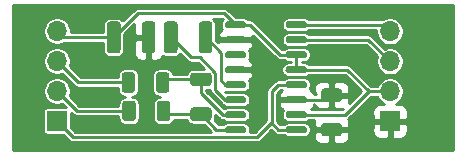
<source format=gbr>
%TF.GenerationSoftware,KiCad,Pcbnew,(5.1.9)-1*%
%TF.CreationDate,2021-02-09T16:44:42+01:00*%
%TF.ProjectId,Pro,50726f2e-6b69-4636-9164-5f7063625858,rev?*%
%TF.SameCoordinates,Original*%
%TF.FileFunction,Copper,L1,Top*%
%TF.FilePolarity,Positive*%
%FSLAX46Y46*%
G04 Gerber Fmt 4.6, Leading zero omitted, Abs format (unit mm)*
G04 Created by KiCad (PCBNEW (5.1.9)-1) date 2021-02-09 16:44:42*
%MOMM*%
%LPD*%
G01*
G04 APERTURE LIST*
%TA.AperFunction,ComponentPad*%
%ADD10O,1.700000X1.700000*%
%TD*%
%TA.AperFunction,ComponentPad*%
%ADD11R,1.700000X1.700000*%
%TD*%
%TA.AperFunction,Conductor*%
%ADD12C,0.250000*%
%TD*%
%TA.AperFunction,Conductor*%
%ADD13C,0.254000*%
%TD*%
%TA.AperFunction,Conductor*%
%ADD14C,0.100000*%
%TD*%
G04 APERTURE END LIST*
D10*
%TO.P,P1,4*%
%TO.N,/E+*%
X47117000Y-90599000D03*
%TO.P,P1,3*%
%TO.N,/A+*%
X47117000Y-93139000D03*
%TO.P,P1,2*%
%TO.N,/A-*%
X47117000Y-95679000D03*
D11*
%TO.P,P1,1*%
%TO.N,/E-*%
X47117000Y-98219000D03*
%TD*%
D10*
%TO.P,J1,4*%
%TO.N,/DO*%
X75311000Y-90624000D03*
%TO.P,J1,3*%
%TO.N,/CLK*%
X75311000Y-93164000D03*
%TO.P,J1,2*%
%TO.N,/E+*%
X75311000Y-95704000D03*
D11*
%TO.P,J1,1*%
%TO.N,GND*%
X75311000Y-98244000D03*
%TD*%
%TO.P,R3,1*%
%TO.N,GND*%
%TA.AperFunction,SMDPad,CuDef*%
G36*
G01*
X70983001Y-99507000D02*
X69732999Y-99507000D01*
G75*
G02*
X69483000Y-99257001I0J249999D01*
G01*
X69483000Y-98631999D01*
G75*
G02*
X69732999Y-98382000I249999J0D01*
G01*
X70983001Y-98382000D01*
G75*
G02*
X71233000Y-98631999I0J-249999D01*
G01*
X71233000Y-99257001D01*
G75*
G02*
X70983001Y-99507000I-249999J0D01*
G01*
G37*
%TD.AperFunction*%
%TO.P,R3,2*%
%TA.AperFunction,SMDPad,CuDef*%
G36*
G01*
X70983001Y-96582000D02*
X69732999Y-96582000D01*
G75*
G02*
X69483000Y-96332001I0J249999D01*
G01*
X69483000Y-95706999D01*
G75*
G02*
X69732999Y-95457000I249999J0D01*
G01*
X70983001Y-95457000D01*
G75*
G02*
X71233000Y-95706999I0J-249999D01*
G01*
X71233000Y-96332001D01*
G75*
G02*
X70983001Y-96582000I-249999J0D01*
G01*
G37*
%TD.AperFunction*%
%TD*%
%TO.P,U1,1*%
%TO.N,/E+*%
%TA.AperFunction,SMDPad,CuDef*%
G36*
G01*
X61350000Y-90205000D02*
X61350000Y-89905000D01*
G75*
G02*
X61500000Y-89755000I150000J0D01*
G01*
X62950000Y-89755000D01*
G75*
G02*
X63100000Y-89905000I0J-150000D01*
G01*
X63100000Y-90205000D01*
G75*
G02*
X62950000Y-90355000I-150000J0D01*
G01*
X61500000Y-90355000D01*
G75*
G02*
X61350000Y-90205000I0J150000D01*
G01*
G37*
%TD.AperFunction*%
%TO.P,U1,2*%
%TO.N,GND*%
%TA.AperFunction,SMDPad,CuDef*%
G36*
G01*
X61350000Y-91475000D02*
X61350000Y-91175000D01*
G75*
G02*
X61500000Y-91025000I150000J0D01*
G01*
X62950000Y-91025000D01*
G75*
G02*
X63100000Y-91175000I0J-150000D01*
G01*
X63100000Y-91475000D01*
G75*
G02*
X62950000Y-91625000I-150000J0D01*
G01*
X61500000Y-91625000D01*
G75*
G02*
X61350000Y-91475000I0J150000D01*
G01*
G37*
%TD.AperFunction*%
%TO.P,U1,3*%
%TO.N,Net-(U1-Pad3)*%
%TA.AperFunction,SMDPad,CuDef*%
G36*
G01*
X61350000Y-92745000D02*
X61350000Y-92445000D01*
G75*
G02*
X61500000Y-92295000I150000J0D01*
G01*
X62950000Y-92295000D01*
G75*
G02*
X63100000Y-92445000I0J-150000D01*
G01*
X63100000Y-92745000D01*
G75*
G02*
X62950000Y-92895000I-150000J0D01*
G01*
X61500000Y-92895000D01*
G75*
G02*
X61350000Y-92745000I0J150000D01*
G01*
G37*
%TD.AperFunction*%
%TO.P,U1,4*%
%TO.N,GND*%
%TA.AperFunction,SMDPad,CuDef*%
G36*
G01*
X61350000Y-94015000D02*
X61350000Y-93715000D01*
G75*
G02*
X61500000Y-93565000I150000J0D01*
G01*
X62950000Y-93565000D01*
G75*
G02*
X63100000Y-93715000I0J-150000D01*
G01*
X63100000Y-94015000D01*
G75*
G02*
X62950000Y-94165000I-150000J0D01*
G01*
X61500000Y-94165000D01*
G75*
G02*
X61350000Y-94015000I0J150000D01*
G01*
G37*
%TD.AperFunction*%
%TO.P,U1,5*%
%TO.N,Net-(C2-Pad1)*%
%TA.AperFunction,SMDPad,CuDef*%
G36*
G01*
X61350000Y-95285000D02*
X61350000Y-94985000D01*
G75*
G02*
X61500000Y-94835000I150000J0D01*
G01*
X62950000Y-94835000D01*
G75*
G02*
X63100000Y-94985000I0J-150000D01*
G01*
X63100000Y-95285000D01*
G75*
G02*
X62950000Y-95435000I-150000J0D01*
G01*
X61500000Y-95435000D01*
G75*
G02*
X61350000Y-95285000I0J150000D01*
G01*
G37*
%TD.AperFunction*%
%TO.P,U1,6*%
%TO.N,Net-(C2-Pad2)*%
%TA.AperFunction,SMDPad,CuDef*%
G36*
G01*
X61350000Y-96555000D02*
X61350000Y-96255000D01*
G75*
G02*
X61500000Y-96105000I150000J0D01*
G01*
X62950000Y-96105000D01*
G75*
G02*
X63100000Y-96255000I0J-150000D01*
G01*
X63100000Y-96555000D01*
G75*
G02*
X62950000Y-96705000I-150000J0D01*
G01*
X61500000Y-96705000D01*
G75*
G02*
X61350000Y-96555000I0J150000D01*
G01*
G37*
%TD.AperFunction*%
%TO.P,U1,7*%
%TO.N,Net-(C1-Pad1)*%
%TA.AperFunction,SMDPad,CuDef*%
G36*
G01*
X61350000Y-97825000D02*
X61350000Y-97525000D01*
G75*
G02*
X61500000Y-97375000I150000J0D01*
G01*
X62950000Y-97375000D01*
G75*
G02*
X63100000Y-97525000I0J-150000D01*
G01*
X63100000Y-97825000D01*
G75*
G02*
X62950000Y-97975000I-150000J0D01*
G01*
X61500000Y-97975000D01*
G75*
G02*
X61350000Y-97825000I0J150000D01*
G01*
G37*
%TD.AperFunction*%
%TO.P,U1,8*%
%TO.N,Net-(C1-Pad2)*%
%TA.AperFunction,SMDPad,CuDef*%
G36*
G01*
X61350000Y-99095000D02*
X61350000Y-98795000D01*
G75*
G02*
X61500000Y-98645000I150000J0D01*
G01*
X62950000Y-98645000D01*
G75*
G02*
X63100000Y-98795000I0J-150000D01*
G01*
X63100000Y-99095000D01*
G75*
G02*
X62950000Y-99245000I-150000J0D01*
G01*
X61500000Y-99245000D01*
G75*
G02*
X61350000Y-99095000I0J150000D01*
G01*
G37*
%TD.AperFunction*%
%TO.P,U1,9*%
%TO.N,/E-*%
%TA.AperFunction,SMDPad,CuDef*%
G36*
G01*
X66500000Y-99095000D02*
X66500000Y-98795000D01*
G75*
G02*
X66650000Y-98645000I150000J0D01*
G01*
X68100000Y-98645000D01*
G75*
G02*
X68250000Y-98795000I0J-150000D01*
G01*
X68250000Y-99095000D01*
G75*
G02*
X68100000Y-99245000I-150000J0D01*
G01*
X66650000Y-99245000D01*
G75*
G02*
X66500000Y-99095000I0J150000D01*
G01*
G37*
%TD.AperFunction*%
%TO.P,U1,10*%
%TO.N,/E+*%
%TA.AperFunction,SMDPad,CuDef*%
G36*
G01*
X66500000Y-97825000D02*
X66500000Y-97525000D01*
G75*
G02*
X66650000Y-97375000I150000J0D01*
G01*
X68100000Y-97375000D01*
G75*
G02*
X68250000Y-97525000I0J-150000D01*
G01*
X68250000Y-97825000D01*
G75*
G02*
X68100000Y-97975000I-150000J0D01*
G01*
X66650000Y-97975000D01*
G75*
G02*
X66500000Y-97825000I0J150000D01*
G01*
G37*
%TD.AperFunction*%
%TO.P,U1,11*%
%TO.N,GND*%
%TA.AperFunction,SMDPad,CuDef*%
G36*
G01*
X66500000Y-96555000D02*
X66500000Y-96255000D01*
G75*
G02*
X66650000Y-96105000I150000J0D01*
G01*
X68100000Y-96105000D01*
G75*
G02*
X68250000Y-96255000I0J-150000D01*
G01*
X68250000Y-96555000D01*
G75*
G02*
X68100000Y-96705000I-150000J0D01*
G01*
X66650000Y-96705000D01*
G75*
G02*
X66500000Y-96555000I0J150000D01*
G01*
G37*
%TD.AperFunction*%
%TO.P,U1,12*%
%TO.N,/E-*%
%TA.AperFunction,SMDPad,CuDef*%
G36*
G01*
X66500000Y-95285000D02*
X66500000Y-94985000D01*
G75*
G02*
X66650000Y-94835000I150000J0D01*
G01*
X68100000Y-94835000D01*
G75*
G02*
X68250000Y-94985000I0J-150000D01*
G01*
X68250000Y-95285000D01*
G75*
G02*
X68100000Y-95435000I-150000J0D01*
G01*
X66650000Y-95435000D01*
G75*
G02*
X66500000Y-95285000I0J150000D01*
G01*
G37*
%TD.AperFunction*%
%TO.P,U1,13*%
%TO.N,/E+*%
%TA.AperFunction,SMDPad,CuDef*%
G36*
G01*
X66500000Y-94015000D02*
X66500000Y-93715000D01*
G75*
G02*
X66650000Y-93565000I150000J0D01*
G01*
X68100000Y-93565000D01*
G75*
G02*
X68250000Y-93715000I0J-150000D01*
G01*
X68250000Y-94015000D01*
G75*
G02*
X68100000Y-94165000I-150000J0D01*
G01*
X66650000Y-94165000D01*
G75*
G02*
X66500000Y-94015000I0J150000D01*
G01*
G37*
%TD.AperFunction*%
%TO.P,U1,14*%
%TA.AperFunction,SMDPad,CuDef*%
G36*
G01*
X66500000Y-92745000D02*
X66500000Y-92445000D01*
G75*
G02*
X66650000Y-92295000I150000J0D01*
G01*
X68100000Y-92295000D01*
G75*
G02*
X68250000Y-92445000I0J-150000D01*
G01*
X68250000Y-92745000D01*
G75*
G02*
X68100000Y-92895000I-150000J0D01*
G01*
X66650000Y-92895000D01*
G75*
G02*
X66500000Y-92745000I0J150000D01*
G01*
G37*
%TD.AperFunction*%
%TO.P,U1,15*%
%TO.N,/CLK*%
%TA.AperFunction,SMDPad,CuDef*%
G36*
G01*
X66500000Y-91475000D02*
X66500000Y-91175000D01*
G75*
G02*
X66650000Y-91025000I150000J0D01*
G01*
X68100000Y-91025000D01*
G75*
G02*
X68250000Y-91175000I0J-150000D01*
G01*
X68250000Y-91475000D01*
G75*
G02*
X68100000Y-91625000I-150000J0D01*
G01*
X66650000Y-91625000D01*
G75*
G02*
X66500000Y-91475000I0J150000D01*
G01*
G37*
%TD.AperFunction*%
%TO.P,U1,16*%
%TO.N,/DO*%
%TA.AperFunction,SMDPad,CuDef*%
G36*
G01*
X66500000Y-90205000D02*
X66500000Y-89905000D01*
G75*
G02*
X66650000Y-89755000I150000J0D01*
G01*
X68100000Y-89755000D01*
G75*
G02*
X68250000Y-89905000I0J-150000D01*
G01*
X68250000Y-90205000D01*
G75*
G02*
X68100000Y-90355000I-150000J0D01*
G01*
X66650000Y-90355000D01*
G75*
G02*
X66500000Y-90205000I0J150000D01*
G01*
G37*
%TD.AperFunction*%
%TD*%
%TO.P,C2,2*%
%TO.N,Net-(C2-Pad2)*%
%TA.AperFunction,SMDPad,CuDef*%
G36*
G01*
X57315000Y-90031999D02*
X57315000Y-92232001D01*
G75*
G02*
X57065001Y-92482000I-249999J0D01*
G01*
X56414999Y-92482000D01*
G75*
G02*
X56165000Y-92232001I0J249999D01*
G01*
X56165000Y-90031999D01*
G75*
G02*
X56414999Y-89782000I249999J0D01*
G01*
X57065001Y-89782000D01*
G75*
G02*
X57315000Y-90031999I0J-249999D01*
G01*
G37*
%TD.AperFunction*%
%TO.P,C2,1*%
%TO.N,Net-(C2-Pad1)*%
%TA.AperFunction,SMDPad,CuDef*%
G36*
G01*
X60265000Y-90031999D02*
X60265000Y-92232001D01*
G75*
G02*
X60015001Y-92482000I-249999J0D01*
G01*
X59364999Y-92482000D01*
G75*
G02*
X59115000Y-92232001I0J249999D01*
G01*
X59115000Y-90031999D01*
G75*
G02*
X59364999Y-89782000I249999J0D01*
G01*
X60015001Y-89782000D01*
G75*
G02*
X60265000Y-90031999I0J-249999D01*
G01*
G37*
%TD.AperFunction*%
%TD*%
%TO.P,C1,2*%
%TO.N,Net-(C1-Pad2)*%
%TA.AperFunction,SMDPad,CuDef*%
G36*
G01*
X58649999Y-97063000D02*
X59950001Y-97063000D01*
G75*
G02*
X60200000Y-97312999I0J-249999D01*
G01*
X60200000Y-97963001D01*
G75*
G02*
X59950001Y-98213000I-249999J0D01*
G01*
X58649999Y-98213000D01*
G75*
G02*
X58400000Y-97963001I0J249999D01*
G01*
X58400000Y-97312999D01*
G75*
G02*
X58649999Y-97063000I249999J0D01*
G01*
G37*
%TD.AperFunction*%
%TO.P,C1,1*%
%TO.N,Net-(C1-Pad1)*%
%TA.AperFunction,SMDPad,CuDef*%
G36*
G01*
X58649999Y-94113000D02*
X59950001Y-94113000D01*
G75*
G02*
X60200000Y-94362999I0J-249999D01*
G01*
X60200000Y-95013001D01*
G75*
G02*
X59950001Y-95263000I-249999J0D01*
G01*
X58649999Y-95263000D01*
G75*
G02*
X58400000Y-95013001I0J249999D01*
G01*
X58400000Y-94362999D01*
G75*
G02*
X58649999Y-94113000I249999J0D01*
G01*
G37*
%TD.AperFunction*%
%TD*%
%TO.P,R1,1*%
%TO.N,Net-(C1-Pad1)*%
%TA.AperFunction,SMDPad,CuDef*%
G36*
G01*
X56636500Y-94324998D02*
X56636500Y-95575002D01*
G75*
G02*
X56386502Y-95825000I-249998J0D01*
G01*
X55761498Y-95825000D01*
G75*
G02*
X55511500Y-95575002I0J249998D01*
G01*
X55511500Y-94324998D01*
G75*
G02*
X55761498Y-94075000I249998J0D01*
G01*
X56386502Y-94075000D01*
G75*
G02*
X56636500Y-94324998I0J-249998D01*
G01*
G37*
%TD.AperFunction*%
%TO.P,R1,2*%
%TO.N,/A+*%
%TA.AperFunction,SMDPad,CuDef*%
G36*
G01*
X53711500Y-94324998D02*
X53711500Y-95575002D01*
G75*
G02*
X53461502Y-95825000I-249998J0D01*
G01*
X52836498Y-95825000D01*
G75*
G02*
X52586500Y-95575002I0J249998D01*
G01*
X52586500Y-94324998D01*
G75*
G02*
X52836498Y-94075000I249998J0D01*
G01*
X53461502Y-94075000D01*
G75*
G02*
X53711500Y-94324998I0J-249998D01*
G01*
G37*
%TD.AperFunction*%
%TD*%
%TO.P,R2,2*%
%TO.N,/A-*%
%TA.AperFunction,SMDPad,CuDef*%
G36*
G01*
X53771500Y-96729998D02*
X53771500Y-97980002D01*
G75*
G02*
X53521502Y-98230000I-249998J0D01*
G01*
X52896498Y-98230000D01*
G75*
G02*
X52646500Y-97980002I0J249998D01*
G01*
X52646500Y-96729998D01*
G75*
G02*
X52896498Y-96480000I249998J0D01*
G01*
X53521502Y-96480000D01*
G75*
G02*
X53771500Y-96729998I0J-249998D01*
G01*
G37*
%TD.AperFunction*%
%TO.P,R2,1*%
%TO.N,Net-(C1-Pad2)*%
%TA.AperFunction,SMDPad,CuDef*%
G36*
G01*
X56696500Y-96729998D02*
X56696500Y-97980002D01*
G75*
G02*
X56446502Y-98230000I-249998J0D01*
G01*
X55821498Y-98230000D01*
G75*
G02*
X55571500Y-97980002I0J249998D01*
G01*
X55571500Y-96729998D01*
G75*
G02*
X55821498Y-96480000I249998J0D01*
G01*
X56446502Y-96480000D01*
G75*
G02*
X56696500Y-96729998I0J-249998D01*
G01*
G37*
%TD.AperFunction*%
%TD*%
%TO.P,C3,1*%
%TO.N,/E+*%
%TA.AperFunction,SMDPad,CuDef*%
G36*
G01*
X51339000Y-92232001D02*
X51339000Y-90031999D01*
G75*
G02*
X51588999Y-89782000I249999J0D01*
G01*
X52239001Y-89782000D01*
G75*
G02*
X52489000Y-90031999I0J-249999D01*
G01*
X52489000Y-92232001D01*
G75*
G02*
X52239001Y-92482000I-249999J0D01*
G01*
X51588999Y-92482000D01*
G75*
G02*
X51339000Y-92232001I0J249999D01*
G01*
G37*
%TD.AperFunction*%
%TO.P,C3,2*%
%TO.N,GND*%
%TA.AperFunction,SMDPad,CuDef*%
G36*
G01*
X54289000Y-92232001D02*
X54289000Y-90031999D01*
G75*
G02*
X54538999Y-89782000I249999J0D01*
G01*
X55189001Y-89782000D01*
G75*
G02*
X55439000Y-90031999I0J-249999D01*
G01*
X55439000Y-92232001D01*
G75*
G02*
X55189001Y-92482000I-249999J0D01*
G01*
X54538999Y-92482000D01*
G75*
G02*
X54289000Y-92232001I0J249999D01*
G01*
G37*
%TD.AperFunction*%
%TD*%
D12*
%TO.N,Net-(C1-Pad2)*%
X60607000Y-98945000D02*
X59300000Y-97638000D01*
X62225000Y-98945000D02*
X60607000Y-98945000D01*
X56417000Y-97638000D02*
X56134000Y-97355000D01*
X59300000Y-97638000D02*
X56417000Y-97638000D01*
%TO.N,Net-(C1-Pad1)*%
X59300000Y-95849810D02*
X59300000Y-94688000D01*
X61125190Y-97675000D02*
X59300000Y-95849810D01*
X62225000Y-97675000D02*
X61125190Y-97675000D01*
X56336000Y-94688000D02*
X56074000Y-94950000D01*
X59300000Y-94688000D02*
X56336000Y-94688000D01*
%TO.N,Net-(C2-Pad1)*%
X62225000Y-95135000D02*
X61350000Y-95135000D01*
X61350000Y-95135000D02*
X60975021Y-94760021D01*
X60975021Y-94760021D02*
X60975021Y-92417021D01*
X60975021Y-92417021D02*
X59690000Y-91132000D01*
%TO.N,Net-(C2-Pad2)*%
X59207200Y-92807010D02*
X58415010Y-92807010D01*
X58415010Y-92807010D02*
X56740000Y-91132000D01*
X60525010Y-94124820D02*
X59207200Y-92807010D01*
X62225000Y-96405000D02*
X61350000Y-96405000D01*
X61350000Y-96405000D02*
X60525010Y-95580010D01*
X60525010Y-95580010D02*
X60525010Y-94124820D01*
%TO.N,/E+*%
X67375000Y-93865000D02*
X66500000Y-93865000D01*
X47650000Y-91132000D02*
X47117000Y-90599000D01*
X51914000Y-91132000D02*
X47650000Y-91132000D01*
X67375000Y-97675000D02*
X71525000Y-97675000D01*
X71525000Y-97675000D02*
X73496000Y-95704000D01*
X67375000Y-92595000D02*
X67375000Y-93865000D01*
X73704000Y-95704000D02*
X75311000Y-95704000D01*
X73496000Y-95704000D02*
X73704000Y-95704000D01*
X71657000Y-93865000D02*
X73496000Y-95704000D01*
X70865000Y-93865000D02*
X71657000Y-93865000D01*
X67375000Y-93865000D02*
X70865000Y-93865000D01*
X51914000Y-91132000D02*
X53946000Y-89100000D01*
X61270000Y-89100000D02*
X61935000Y-89765000D01*
X53946000Y-89100000D02*
X61270000Y-89100000D01*
X62225000Y-90055000D02*
X61935000Y-89765000D01*
X62225000Y-90055000D02*
X63455000Y-90055000D01*
X65995000Y-92595000D02*
X66495000Y-92595000D01*
X63455000Y-90055000D02*
X65995000Y-92595000D01*
X67375000Y-92595000D02*
X66495000Y-92595000D01*
%TO.N,GND*%
X69972500Y-96405000D02*
X70358000Y-96019500D01*
X67375000Y-96405000D02*
X69972500Y-96405000D01*
%TO.N,/CLK*%
X71059000Y-91325000D02*
X67375000Y-91325000D01*
X73472000Y-91325000D02*
X75311000Y-93164000D01*
X67375000Y-91325000D02*
X73472000Y-91325000D01*
%TO.N,/DO*%
X74742000Y-90055000D02*
X75311000Y-90624000D01*
X67375000Y-90055000D02*
X74742000Y-90055000D01*
%TO.N,/E-*%
X48468010Y-99570010D02*
X47117000Y-98219000D01*
X67375000Y-98945000D02*
X67245000Y-98945000D01*
X67375000Y-98945000D02*
X65845000Y-98945000D01*
X65845000Y-98945000D02*
X65300000Y-98400000D01*
X65865000Y-95135000D02*
X67375000Y-95135000D01*
X65300000Y-95700000D02*
X65865000Y-95135000D01*
X64029990Y-99570010D02*
X65300000Y-98300000D01*
X63429990Y-99570010D02*
X64029990Y-99570010D01*
X65300000Y-98300000D02*
X65300000Y-95700000D01*
X65300000Y-98400000D02*
X65300000Y-98300000D01*
X63429990Y-99570010D02*
X48468010Y-99570010D01*
%TO.N,/A+*%
X48928000Y-94950000D02*
X47117000Y-93139000D01*
X53149000Y-94950000D02*
X48928000Y-94950000D01*
%TO.N,/A-*%
X48793000Y-97355000D02*
X47117000Y-95679000D01*
X53209000Y-97355000D02*
X48793000Y-97355000D01*
%TD*%
D13*
%TO.N,GND*%
X80648000Y-100648000D02*
X43352000Y-100648000D01*
X43352000Y-97369000D01*
X45938418Y-97369000D01*
X45938418Y-99069000D01*
X45944732Y-99133103D01*
X45963430Y-99194743D01*
X45993794Y-99251550D01*
X46034657Y-99301343D01*
X46084450Y-99342206D01*
X46141257Y-99372570D01*
X46202897Y-99391268D01*
X46267000Y-99397582D01*
X47656358Y-99397582D01*
X48132691Y-99873915D01*
X48146851Y-99891169D01*
X48215677Y-99947653D01*
X48282275Y-99983250D01*
X48294200Y-99989624D01*
X48379402Y-100015470D01*
X48468010Y-100024197D01*
X48490215Y-100022010D01*
X64007785Y-100022010D01*
X64029990Y-100024197D01*
X64052195Y-100022010D01*
X64118597Y-100015470D01*
X64203800Y-99989624D01*
X64282323Y-99947653D01*
X64351149Y-99891169D01*
X64365313Y-99873910D01*
X65250000Y-98989224D01*
X65509685Y-99248910D01*
X65523841Y-99266159D01*
X65592667Y-99322643D01*
X65671190Y-99364614D01*
X65736562Y-99384444D01*
X65756392Y-99390460D01*
X65844999Y-99399187D01*
X65867204Y-99397000D01*
X66281711Y-99397000D01*
X66311591Y-99433409D01*
X66384114Y-99492926D01*
X66466855Y-99537152D01*
X66556633Y-99564386D01*
X66650000Y-99573582D01*
X68100000Y-99573582D01*
X68193367Y-99564386D01*
X68283145Y-99537152D01*
X68339555Y-99507000D01*
X68844928Y-99507000D01*
X68857188Y-99631482D01*
X68893498Y-99751180D01*
X68952463Y-99861494D01*
X69031815Y-99958185D01*
X69128506Y-100037537D01*
X69238820Y-100096502D01*
X69358518Y-100132812D01*
X69483000Y-100145072D01*
X70072250Y-100142000D01*
X70231000Y-99983250D01*
X70231000Y-99071500D01*
X70485000Y-99071500D01*
X70485000Y-99983250D01*
X70643750Y-100142000D01*
X71233000Y-100145072D01*
X71357482Y-100132812D01*
X71477180Y-100096502D01*
X71587494Y-100037537D01*
X71684185Y-99958185D01*
X71763537Y-99861494D01*
X71822502Y-99751180D01*
X71858812Y-99631482D01*
X71871072Y-99507000D01*
X71868000Y-99230250D01*
X71731750Y-99094000D01*
X73822928Y-99094000D01*
X73835188Y-99218482D01*
X73871498Y-99338180D01*
X73930463Y-99448494D01*
X74009815Y-99545185D01*
X74106506Y-99624537D01*
X74216820Y-99683502D01*
X74336518Y-99719812D01*
X74461000Y-99732072D01*
X75025250Y-99729000D01*
X75184000Y-99570250D01*
X75184000Y-98371000D01*
X75438000Y-98371000D01*
X75438000Y-99570250D01*
X75596750Y-99729000D01*
X76161000Y-99732072D01*
X76285482Y-99719812D01*
X76405180Y-99683502D01*
X76515494Y-99624537D01*
X76612185Y-99545185D01*
X76691537Y-99448494D01*
X76750502Y-99338180D01*
X76786812Y-99218482D01*
X76799072Y-99094000D01*
X76796000Y-98529750D01*
X76637250Y-98371000D01*
X75438000Y-98371000D01*
X75184000Y-98371000D01*
X73984750Y-98371000D01*
X73826000Y-98529750D01*
X73822928Y-99094000D01*
X71731750Y-99094000D01*
X71709250Y-99071500D01*
X70485000Y-99071500D01*
X70231000Y-99071500D01*
X69006750Y-99071500D01*
X68848000Y-99230250D01*
X68844928Y-99507000D01*
X68339555Y-99507000D01*
X68365886Y-99492926D01*
X68438409Y-99433409D01*
X68497926Y-99360886D01*
X68542152Y-99278145D01*
X68569386Y-99188367D01*
X68578582Y-99095000D01*
X68578582Y-98795000D01*
X68569386Y-98701633D01*
X68542152Y-98611855D01*
X68497926Y-98529114D01*
X68438409Y-98456591D01*
X68365886Y-98397074D01*
X68283145Y-98352848D01*
X68193367Y-98325614D01*
X68100000Y-98316418D01*
X66650000Y-98316418D01*
X66556633Y-98325614D01*
X66466855Y-98352848D01*
X66384114Y-98397074D01*
X66311591Y-98456591D01*
X66281711Y-98493000D01*
X66032224Y-98493000D01*
X65752000Y-98212776D01*
X65752000Y-95887223D01*
X66052224Y-95587000D01*
X66130230Y-95587000D01*
X66048815Y-95653815D01*
X65969463Y-95750506D01*
X65910498Y-95860820D01*
X65874188Y-95980518D01*
X65861928Y-96105000D01*
X65865000Y-96119250D01*
X66023750Y-96278000D01*
X67248000Y-96278000D01*
X67248000Y-96258000D01*
X67502000Y-96258000D01*
X67502000Y-96278000D01*
X67522000Y-96278000D01*
X67522000Y-96532000D01*
X67502000Y-96532000D01*
X67502000Y-96552000D01*
X67248000Y-96552000D01*
X67248000Y-96532000D01*
X66023750Y-96532000D01*
X65865000Y-96690750D01*
X65861928Y-96705000D01*
X65874188Y-96829482D01*
X65910498Y-96949180D01*
X65969463Y-97059494D01*
X66048815Y-97156185D01*
X66145506Y-97235537D01*
X66238194Y-97285081D01*
X66207848Y-97341855D01*
X66180614Y-97431633D01*
X66171418Y-97525000D01*
X66171418Y-97825000D01*
X66180614Y-97918367D01*
X66207848Y-98008145D01*
X66252074Y-98090886D01*
X66311591Y-98163409D01*
X66384114Y-98222926D01*
X66466855Y-98267152D01*
X66556633Y-98294386D01*
X66650000Y-98303582D01*
X68100000Y-98303582D01*
X68193367Y-98294386D01*
X68283145Y-98267152D01*
X68365886Y-98222926D01*
X68438409Y-98163409D01*
X68468289Y-98127000D01*
X68899282Y-98127000D01*
X68893498Y-98137820D01*
X68857188Y-98257518D01*
X68844928Y-98382000D01*
X68848000Y-98658750D01*
X69006750Y-98817500D01*
X70231000Y-98817500D01*
X70231000Y-98797500D01*
X70485000Y-98797500D01*
X70485000Y-98817500D01*
X71709250Y-98817500D01*
X71868000Y-98658750D01*
X71871072Y-98382000D01*
X71858812Y-98257518D01*
X71822502Y-98137820D01*
X71777053Y-98052793D01*
X71777333Y-98052643D01*
X71846159Y-97996159D01*
X71860323Y-97978900D01*
X73683224Y-96156000D01*
X74224249Y-96156000D01*
X74267956Y-96261519D01*
X74396764Y-96454294D01*
X74560706Y-96618236D01*
X74753481Y-96747044D01*
X74779110Y-96757660D01*
X74461000Y-96755928D01*
X74336518Y-96768188D01*
X74216820Y-96804498D01*
X74106506Y-96863463D01*
X74009815Y-96942815D01*
X73930463Y-97039506D01*
X73871498Y-97149820D01*
X73835188Y-97269518D01*
X73822928Y-97394000D01*
X73826000Y-97958250D01*
X73984750Y-98117000D01*
X75184000Y-98117000D01*
X75184000Y-98097000D01*
X75438000Y-98097000D01*
X75438000Y-98117000D01*
X76637250Y-98117000D01*
X76796000Y-97958250D01*
X76799072Y-97394000D01*
X76786812Y-97269518D01*
X76750502Y-97149820D01*
X76691537Y-97039506D01*
X76612185Y-96942815D01*
X76515494Y-96863463D01*
X76405180Y-96804498D01*
X76285482Y-96768188D01*
X76161000Y-96755928D01*
X75842890Y-96757660D01*
X75868519Y-96747044D01*
X76061294Y-96618236D01*
X76225236Y-96454294D01*
X76354044Y-96261519D01*
X76442769Y-96047318D01*
X76488000Y-95819924D01*
X76488000Y-95588076D01*
X76442769Y-95360682D01*
X76354044Y-95146481D01*
X76225236Y-94953706D01*
X76061294Y-94789764D01*
X75868519Y-94660956D01*
X75654318Y-94572231D01*
X75426924Y-94527000D01*
X75195076Y-94527000D01*
X74967682Y-94572231D01*
X74753481Y-94660956D01*
X74560706Y-94789764D01*
X74396764Y-94953706D01*
X74267956Y-95146481D01*
X74224249Y-95252000D01*
X73683224Y-95252000D01*
X71992323Y-93561100D01*
X71978159Y-93543841D01*
X71909333Y-93487357D01*
X71830810Y-93445386D01*
X71745607Y-93419540D01*
X71679205Y-93413000D01*
X71657000Y-93410813D01*
X71634795Y-93413000D01*
X68468289Y-93413000D01*
X68438409Y-93376591D01*
X68365886Y-93317074D01*
X68283145Y-93272848D01*
X68193367Y-93245614D01*
X68100000Y-93236418D01*
X67827000Y-93236418D01*
X67827000Y-93223582D01*
X68100000Y-93223582D01*
X68193367Y-93214386D01*
X68283145Y-93187152D01*
X68365886Y-93142926D01*
X68438409Y-93083409D01*
X68497926Y-93010886D01*
X68542152Y-92928145D01*
X68569386Y-92838367D01*
X68578582Y-92745000D01*
X68578582Y-92445000D01*
X68569386Y-92351633D01*
X68542152Y-92261855D01*
X68497926Y-92179114D01*
X68438409Y-92106591D01*
X68365886Y-92047074D01*
X68283145Y-92002848D01*
X68193367Y-91975614D01*
X68100000Y-91966418D01*
X66650000Y-91966418D01*
X66556633Y-91975614D01*
X66466855Y-92002848D01*
X66384114Y-92047074D01*
X66311591Y-92106591D01*
X66281711Y-92143000D01*
X66182225Y-92143000D01*
X65214225Y-91175000D01*
X66171418Y-91175000D01*
X66171418Y-91475000D01*
X66180614Y-91568367D01*
X66207848Y-91658145D01*
X66252074Y-91740886D01*
X66311591Y-91813409D01*
X66384114Y-91872926D01*
X66466855Y-91917152D01*
X66556633Y-91944386D01*
X66650000Y-91953582D01*
X68100000Y-91953582D01*
X68193367Y-91944386D01*
X68283145Y-91917152D01*
X68365886Y-91872926D01*
X68438409Y-91813409D01*
X68468289Y-91777000D01*
X73284777Y-91777000D01*
X74222939Y-92715162D01*
X74179231Y-92820682D01*
X74134000Y-93048076D01*
X74134000Y-93279924D01*
X74179231Y-93507318D01*
X74267956Y-93721519D01*
X74396764Y-93914294D01*
X74560706Y-94078236D01*
X74753481Y-94207044D01*
X74967682Y-94295769D01*
X75195076Y-94341000D01*
X75426924Y-94341000D01*
X75654318Y-94295769D01*
X75868519Y-94207044D01*
X76061294Y-94078236D01*
X76225236Y-93914294D01*
X76354044Y-93721519D01*
X76442769Y-93507318D01*
X76488000Y-93279924D01*
X76488000Y-93048076D01*
X76442769Y-92820682D01*
X76354044Y-92606481D01*
X76225236Y-92413706D01*
X76061294Y-92249764D01*
X75868519Y-92120956D01*
X75654318Y-92032231D01*
X75426924Y-91987000D01*
X75195076Y-91987000D01*
X74967682Y-92032231D01*
X74862162Y-92075939D01*
X73807323Y-91021100D01*
X73793159Y-91003841D01*
X73724333Y-90947357D01*
X73645810Y-90905386D01*
X73560607Y-90879540D01*
X73494205Y-90873000D01*
X73472000Y-90870813D01*
X73449795Y-90873000D01*
X68468289Y-90873000D01*
X68438409Y-90836591D01*
X68365886Y-90777074D01*
X68283145Y-90732848D01*
X68193367Y-90705614D01*
X68100000Y-90696418D01*
X66650000Y-90696418D01*
X66556633Y-90705614D01*
X66466855Y-90732848D01*
X66384114Y-90777074D01*
X66311591Y-90836591D01*
X66252074Y-90909114D01*
X66207848Y-90991855D01*
X66180614Y-91081633D01*
X66171418Y-91175000D01*
X65214225Y-91175000D01*
X63944224Y-89905000D01*
X66171418Y-89905000D01*
X66171418Y-90205000D01*
X66180614Y-90298367D01*
X66207848Y-90388145D01*
X66252074Y-90470886D01*
X66311591Y-90543409D01*
X66384114Y-90602926D01*
X66466855Y-90647152D01*
X66556633Y-90674386D01*
X66650000Y-90683582D01*
X68100000Y-90683582D01*
X68193367Y-90674386D01*
X68283145Y-90647152D01*
X68365886Y-90602926D01*
X68438409Y-90543409D01*
X68468289Y-90507000D01*
X74134214Y-90507000D01*
X74134000Y-90508076D01*
X74134000Y-90739924D01*
X74179231Y-90967318D01*
X74267956Y-91181519D01*
X74396764Y-91374294D01*
X74560706Y-91538236D01*
X74753481Y-91667044D01*
X74967682Y-91755769D01*
X75195076Y-91801000D01*
X75426924Y-91801000D01*
X75654318Y-91755769D01*
X75868519Y-91667044D01*
X76061294Y-91538236D01*
X76225236Y-91374294D01*
X76354044Y-91181519D01*
X76442769Y-90967318D01*
X76488000Y-90739924D01*
X76488000Y-90508076D01*
X76442769Y-90280682D01*
X76354044Y-90066481D01*
X76225236Y-89873706D01*
X76061294Y-89709764D01*
X75868519Y-89580956D01*
X75654318Y-89492231D01*
X75426924Y-89447000D01*
X75195076Y-89447000D01*
X74967682Y-89492231D01*
X74753481Y-89580956D01*
X74720610Y-89602920D01*
X74719795Y-89603000D01*
X68468289Y-89603000D01*
X68438409Y-89566591D01*
X68365886Y-89507074D01*
X68283145Y-89462848D01*
X68193367Y-89435614D01*
X68100000Y-89426418D01*
X66650000Y-89426418D01*
X66556633Y-89435614D01*
X66466855Y-89462848D01*
X66384114Y-89507074D01*
X66311591Y-89566591D01*
X66252074Y-89639114D01*
X66207848Y-89721855D01*
X66180614Y-89811633D01*
X66171418Y-89905000D01*
X63944224Y-89905000D01*
X63790323Y-89751100D01*
X63776159Y-89733841D01*
X63707333Y-89677357D01*
X63628810Y-89635386D01*
X63543607Y-89609540D01*
X63477205Y-89603000D01*
X63455000Y-89600813D01*
X63432795Y-89603000D01*
X63318289Y-89603000D01*
X63288409Y-89566591D01*
X63215886Y-89507074D01*
X63133145Y-89462848D01*
X63043367Y-89435614D01*
X62950000Y-89426418D01*
X62235642Y-89426418D01*
X61605323Y-88796100D01*
X61591159Y-88778841D01*
X61522333Y-88722357D01*
X61443810Y-88680386D01*
X61358607Y-88654540D01*
X61292205Y-88648000D01*
X61270000Y-88645813D01*
X61247795Y-88648000D01*
X53968205Y-88648000D01*
X53946000Y-88645813D01*
X53857392Y-88654540D01*
X53772190Y-88680386D01*
X53693667Y-88722357D01*
X53624841Y-88778841D01*
X53610681Y-88796095D01*
X52709322Y-89697455D01*
X52648120Y-89622880D01*
X52560443Y-89550926D01*
X52460414Y-89497460D01*
X52351877Y-89464535D01*
X52239001Y-89453418D01*
X51588999Y-89453418D01*
X51476123Y-89464535D01*
X51367586Y-89497460D01*
X51267557Y-89550926D01*
X51179880Y-89622880D01*
X51107926Y-89710557D01*
X51054460Y-89810586D01*
X51021535Y-89919123D01*
X51010418Y-90031999D01*
X51010418Y-90680000D01*
X48294000Y-90680000D01*
X48294000Y-90483076D01*
X48248769Y-90255682D01*
X48160044Y-90041481D01*
X48031236Y-89848706D01*
X47867294Y-89684764D01*
X47674519Y-89555956D01*
X47460318Y-89467231D01*
X47232924Y-89422000D01*
X47001076Y-89422000D01*
X46773682Y-89467231D01*
X46559481Y-89555956D01*
X46366706Y-89684764D01*
X46202764Y-89848706D01*
X46073956Y-90041481D01*
X45985231Y-90255682D01*
X45940000Y-90483076D01*
X45940000Y-90714924D01*
X45985231Y-90942318D01*
X46073956Y-91156519D01*
X46202764Y-91349294D01*
X46366706Y-91513236D01*
X46559481Y-91642044D01*
X46773682Y-91730769D01*
X47001076Y-91776000D01*
X47232924Y-91776000D01*
X47460318Y-91730769D01*
X47674519Y-91642044D01*
X47761388Y-91584000D01*
X51010418Y-91584000D01*
X51010418Y-92232001D01*
X51021535Y-92344877D01*
X51054460Y-92453414D01*
X51107926Y-92553443D01*
X51179880Y-92641120D01*
X51267557Y-92713074D01*
X51367586Y-92766540D01*
X51476123Y-92799465D01*
X51588999Y-92810582D01*
X52239001Y-92810582D01*
X52351877Y-92799465D01*
X52460414Y-92766540D01*
X52560443Y-92713074D01*
X52648120Y-92641120D01*
X52720074Y-92553443D01*
X52758260Y-92482000D01*
X53650928Y-92482000D01*
X53663188Y-92606482D01*
X53699498Y-92726180D01*
X53758463Y-92836494D01*
X53837815Y-92933185D01*
X53934506Y-93012537D01*
X54044820Y-93071502D01*
X54164518Y-93107812D01*
X54289000Y-93120072D01*
X54578250Y-93117000D01*
X54737000Y-92958250D01*
X54737000Y-91259000D01*
X53812750Y-91259000D01*
X53654000Y-91417750D01*
X53650928Y-92482000D01*
X52758260Y-92482000D01*
X52773540Y-92453414D01*
X52806465Y-92344877D01*
X52817582Y-92232001D01*
X52817582Y-90867641D01*
X53651654Y-90033570D01*
X53654000Y-90846250D01*
X53812750Y-91005000D01*
X54737000Y-91005000D01*
X54737000Y-90985000D01*
X54991000Y-90985000D01*
X54991000Y-91005000D01*
X55011000Y-91005000D01*
X55011000Y-91259000D01*
X54991000Y-91259000D01*
X54991000Y-92958250D01*
X55149750Y-93117000D01*
X55439000Y-93120072D01*
X55563482Y-93107812D01*
X55683180Y-93071502D01*
X55793494Y-93012537D01*
X55890185Y-92933185D01*
X55969537Y-92836494D01*
X56028502Y-92726180D01*
X56044652Y-92672939D01*
X56093557Y-92713074D01*
X56193586Y-92766540D01*
X56302123Y-92799465D01*
X56414999Y-92810582D01*
X57065001Y-92810582D01*
X57177877Y-92799465D01*
X57286414Y-92766540D01*
X57386443Y-92713074D01*
X57474120Y-92641120D01*
X57535321Y-92566545D01*
X58079691Y-93110915D01*
X58093851Y-93128169D01*
X58162677Y-93184653D01*
X58211045Y-93210506D01*
X58241200Y-93226624D01*
X58326402Y-93252470D01*
X58415010Y-93261197D01*
X58437215Y-93259010D01*
X59019977Y-93259010D01*
X59545385Y-93784418D01*
X58649999Y-93784418D01*
X58537123Y-93795535D01*
X58428586Y-93828460D01*
X58328557Y-93881926D01*
X58240880Y-93953880D01*
X58168926Y-94041557D01*
X58115460Y-94141586D01*
X58086819Y-94236000D01*
X56956317Y-94236000D01*
X56953965Y-94212123D01*
X56921040Y-94103585D01*
X56867574Y-94003556D01*
X56795620Y-93915880D01*
X56707944Y-93843926D01*
X56607915Y-93790460D01*
X56499377Y-93757535D01*
X56386502Y-93746418D01*
X55761498Y-93746418D01*
X55648623Y-93757535D01*
X55540085Y-93790460D01*
X55440056Y-93843926D01*
X55352380Y-93915880D01*
X55280426Y-94003556D01*
X55226960Y-94103585D01*
X55194035Y-94212123D01*
X55182918Y-94324998D01*
X55182918Y-95575002D01*
X55194035Y-95687877D01*
X55226960Y-95796415D01*
X55280426Y-95896444D01*
X55352380Y-95984120D01*
X55440056Y-96056074D01*
X55540085Y-96109540D01*
X55648623Y-96142465D01*
X55761498Y-96153582D01*
X55799526Y-96153582D01*
X55708623Y-96162535D01*
X55600085Y-96195460D01*
X55500056Y-96248926D01*
X55412380Y-96320880D01*
X55340426Y-96408556D01*
X55286960Y-96508585D01*
X55254035Y-96617123D01*
X55242918Y-96729998D01*
X55242918Y-97980002D01*
X55254035Y-98092877D01*
X55286960Y-98201415D01*
X55340426Y-98301444D01*
X55412380Y-98389120D01*
X55500056Y-98461074D01*
X55600085Y-98514540D01*
X55708623Y-98547465D01*
X55821498Y-98558582D01*
X56446502Y-98558582D01*
X56559377Y-98547465D01*
X56667915Y-98514540D01*
X56767944Y-98461074D01*
X56855620Y-98389120D01*
X56927574Y-98301444D01*
X56981040Y-98201415D01*
X57013965Y-98092877D01*
X57014248Y-98090000D01*
X58086819Y-98090000D01*
X58115460Y-98184414D01*
X58168926Y-98284443D01*
X58240880Y-98372120D01*
X58328557Y-98444074D01*
X58428586Y-98497540D01*
X58537123Y-98530465D01*
X58649999Y-98541582D01*
X59564358Y-98541582D01*
X60140785Y-99118010D01*
X48655234Y-99118010D01*
X48295582Y-98758358D01*
X48295582Y-97496806D01*
X48457681Y-97658905D01*
X48471841Y-97676159D01*
X48540667Y-97732643D01*
X48617181Y-97773540D01*
X48619190Y-97774614D01*
X48704392Y-97800460D01*
X48793000Y-97809187D01*
X48815205Y-97807000D01*
X52317918Y-97807000D01*
X52317918Y-97980002D01*
X52329035Y-98092877D01*
X52361960Y-98201415D01*
X52415426Y-98301444D01*
X52487380Y-98389120D01*
X52575056Y-98461074D01*
X52675085Y-98514540D01*
X52783623Y-98547465D01*
X52896498Y-98558582D01*
X53521502Y-98558582D01*
X53634377Y-98547465D01*
X53742915Y-98514540D01*
X53842944Y-98461074D01*
X53930620Y-98389120D01*
X54002574Y-98301444D01*
X54056040Y-98201415D01*
X54088965Y-98092877D01*
X54100082Y-97980002D01*
X54100082Y-96729998D01*
X54088965Y-96617123D01*
X54056040Y-96508585D01*
X54002574Y-96408556D01*
X53930620Y-96320880D01*
X53842944Y-96248926D01*
X53742915Y-96195460D01*
X53634377Y-96162535D01*
X53521502Y-96151418D01*
X53483474Y-96151418D01*
X53574377Y-96142465D01*
X53682915Y-96109540D01*
X53782944Y-96056074D01*
X53870620Y-95984120D01*
X53942574Y-95896444D01*
X53996040Y-95796415D01*
X54028965Y-95687877D01*
X54040082Y-95575002D01*
X54040082Y-94324998D01*
X54028965Y-94212123D01*
X53996040Y-94103585D01*
X53942574Y-94003556D01*
X53870620Y-93915880D01*
X53782944Y-93843926D01*
X53682915Y-93790460D01*
X53574377Y-93757535D01*
X53461502Y-93746418D01*
X52836498Y-93746418D01*
X52723623Y-93757535D01*
X52615085Y-93790460D01*
X52515056Y-93843926D01*
X52427380Y-93915880D01*
X52355426Y-94003556D01*
X52301960Y-94103585D01*
X52269035Y-94212123D01*
X52257918Y-94324998D01*
X52257918Y-94498000D01*
X49115224Y-94498000D01*
X48205061Y-93587838D01*
X48248769Y-93482318D01*
X48294000Y-93254924D01*
X48294000Y-93023076D01*
X48248769Y-92795682D01*
X48160044Y-92581481D01*
X48031236Y-92388706D01*
X47867294Y-92224764D01*
X47674519Y-92095956D01*
X47460318Y-92007231D01*
X47232924Y-91962000D01*
X47001076Y-91962000D01*
X46773682Y-92007231D01*
X46559481Y-92095956D01*
X46366706Y-92224764D01*
X46202764Y-92388706D01*
X46073956Y-92581481D01*
X45985231Y-92795682D01*
X45940000Y-93023076D01*
X45940000Y-93254924D01*
X45985231Y-93482318D01*
X46073956Y-93696519D01*
X46202764Y-93889294D01*
X46366706Y-94053236D01*
X46559481Y-94182044D01*
X46773682Y-94270769D01*
X47001076Y-94316000D01*
X47232924Y-94316000D01*
X47460318Y-94270769D01*
X47565838Y-94227061D01*
X48592681Y-95253905D01*
X48606841Y-95271159D01*
X48675667Y-95327643D01*
X48705684Y-95343687D01*
X48754190Y-95369614D01*
X48839392Y-95395460D01*
X48928000Y-95404187D01*
X48950205Y-95402000D01*
X52257918Y-95402000D01*
X52257918Y-95575002D01*
X52269035Y-95687877D01*
X52301960Y-95796415D01*
X52355426Y-95896444D01*
X52427380Y-95984120D01*
X52515056Y-96056074D01*
X52615085Y-96109540D01*
X52723623Y-96142465D01*
X52836498Y-96153582D01*
X52874526Y-96153582D01*
X52783623Y-96162535D01*
X52675085Y-96195460D01*
X52575056Y-96248926D01*
X52487380Y-96320880D01*
X52415426Y-96408556D01*
X52361960Y-96508585D01*
X52329035Y-96617123D01*
X52317918Y-96729998D01*
X52317918Y-96903000D01*
X48980224Y-96903000D01*
X48205061Y-96127838D01*
X48248769Y-96022318D01*
X48294000Y-95794924D01*
X48294000Y-95563076D01*
X48248769Y-95335682D01*
X48160044Y-95121481D01*
X48031236Y-94928706D01*
X47867294Y-94764764D01*
X47674519Y-94635956D01*
X47460318Y-94547231D01*
X47232924Y-94502000D01*
X47001076Y-94502000D01*
X46773682Y-94547231D01*
X46559481Y-94635956D01*
X46366706Y-94764764D01*
X46202764Y-94928706D01*
X46073956Y-95121481D01*
X45985231Y-95335682D01*
X45940000Y-95563076D01*
X45940000Y-95794924D01*
X45985231Y-96022318D01*
X46073956Y-96236519D01*
X46202764Y-96429294D01*
X46366706Y-96593236D01*
X46559481Y-96722044D01*
X46773682Y-96810769D01*
X47001076Y-96856000D01*
X47232924Y-96856000D01*
X47460318Y-96810769D01*
X47565838Y-96767061D01*
X47839194Y-97040418D01*
X46267000Y-97040418D01*
X46202897Y-97046732D01*
X46141257Y-97065430D01*
X46084450Y-97095794D01*
X46034657Y-97136657D01*
X45993794Y-97186450D01*
X45963430Y-97243257D01*
X45944732Y-97304897D01*
X45938418Y-97369000D01*
X43352000Y-97369000D01*
X43352000Y-88352000D01*
X80648001Y-88352000D01*
X80648000Y-100648000D01*
%TA.AperFunction,Conductor*%
D14*
G36*
X80648000Y-100648000D02*
G01*
X43352000Y-100648000D01*
X43352000Y-97369000D01*
X45938418Y-97369000D01*
X45938418Y-99069000D01*
X45944732Y-99133103D01*
X45963430Y-99194743D01*
X45993794Y-99251550D01*
X46034657Y-99301343D01*
X46084450Y-99342206D01*
X46141257Y-99372570D01*
X46202897Y-99391268D01*
X46267000Y-99397582D01*
X47656358Y-99397582D01*
X48132691Y-99873915D01*
X48146851Y-99891169D01*
X48215677Y-99947653D01*
X48282275Y-99983250D01*
X48294200Y-99989624D01*
X48379402Y-100015470D01*
X48468010Y-100024197D01*
X48490215Y-100022010D01*
X64007785Y-100022010D01*
X64029990Y-100024197D01*
X64052195Y-100022010D01*
X64118597Y-100015470D01*
X64203800Y-99989624D01*
X64282323Y-99947653D01*
X64351149Y-99891169D01*
X64365313Y-99873910D01*
X65250000Y-98989224D01*
X65509685Y-99248910D01*
X65523841Y-99266159D01*
X65592667Y-99322643D01*
X65671190Y-99364614D01*
X65736562Y-99384444D01*
X65756392Y-99390460D01*
X65844999Y-99399187D01*
X65867204Y-99397000D01*
X66281711Y-99397000D01*
X66311591Y-99433409D01*
X66384114Y-99492926D01*
X66466855Y-99537152D01*
X66556633Y-99564386D01*
X66650000Y-99573582D01*
X68100000Y-99573582D01*
X68193367Y-99564386D01*
X68283145Y-99537152D01*
X68339555Y-99507000D01*
X68844928Y-99507000D01*
X68857188Y-99631482D01*
X68893498Y-99751180D01*
X68952463Y-99861494D01*
X69031815Y-99958185D01*
X69128506Y-100037537D01*
X69238820Y-100096502D01*
X69358518Y-100132812D01*
X69483000Y-100145072D01*
X70072250Y-100142000D01*
X70231000Y-99983250D01*
X70231000Y-99071500D01*
X70485000Y-99071500D01*
X70485000Y-99983250D01*
X70643750Y-100142000D01*
X71233000Y-100145072D01*
X71357482Y-100132812D01*
X71477180Y-100096502D01*
X71587494Y-100037537D01*
X71684185Y-99958185D01*
X71763537Y-99861494D01*
X71822502Y-99751180D01*
X71858812Y-99631482D01*
X71871072Y-99507000D01*
X71868000Y-99230250D01*
X71731750Y-99094000D01*
X73822928Y-99094000D01*
X73835188Y-99218482D01*
X73871498Y-99338180D01*
X73930463Y-99448494D01*
X74009815Y-99545185D01*
X74106506Y-99624537D01*
X74216820Y-99683502D01*
X74336518Y-99719812D01*
X74461000Y-99732072D01*
X75025250Y-99729000D01*
X75184000Y-99570250D01*
X75184000Y-98371000D01*
X75438000Y-98371000D01*
X75438000Y-99570250D01*
X75596750Y-99729000D01*
X76161000Y-99732072D01*
X76285482Y-99719812D01*
X76405180Y-99683502D01*
X76515494Y-99624537D01*
X76612185Y-99545185D01*
X76691537Y-99448494D01*
X76750502Y-99338180D01*
X76786812Y-99218482D01*
X76799072Y-99094000D01*
X76796000Y-98529750D01*
X76637250Y-98371000D01*
X75438000Y-98371000D01*
X75184000Y-98371000D01*
X73984750Y-98371000D01*
X73826000Y-98529750D01*
X73822928Y-99094000D01*
X71731750Y-99094000D01*
X71709250Y-99071500D01*
X70485000Y-99071500D01*
X70231000Y-99071500D01*
X69006750Y-99071500D01*
X68848000Y-99230250D01*
X68844928Y-99507000D01*
X68339555Y-99507000D01*
X68365886Y-99492926D01*
X68438409Y-99433409D01*
X68497926Y-99360886D01*
X68542152Y-99278145D01*
X68569386Y-99188367D01*
X68578582Y-99095000D01*
X68578582Y-98795000D01*
X68569386Y-98701633D01*
X68542152Y-98611855D01*
X68497926Y-98529114D01*
X68438409Y-98456591D01*
X68365886Y-98397074D01*
X68283145Y-98352848D01*
X68193367Y-98325614D01*
X68100000Y-98316418D01*
X66650000Y-98316418D01*
X66556633Y-98325614D01*
X66466855Y-98352848D01*
X66384114Y-98397074D01*
X66311591Y-98456591D01*
X66281711Y-98493000D01*
X66032224Y-98493000D01*
X65752000Y-98212776D01*
X65752000Y-95887223D01*
X66052224Y-95587000D01*
X66130230Y-95587000D01*
X66048815Y-95653815D01*
X65969463Y-95750506D01*
X65910498Y-95860820D01*
X65874188Y-95980518D01*
X65861928Y-96105000D01*
X65865000Y-96119250D01*
X66023750Y-96278000D01*
X67248000Y-96278000D01*
X67248000Y-96258000D01*
X67502000Y-96258000D01*
X67502000Y-96278000D01*
X67522000Y-96278000D01*
X67522000Y-96532000D01*
X67502000Y-96532000D01*
X67502000Y-96552000D01*
X67248000Y-96552000D01*
X67248000Y-96532000D01*
X66023750Y-96532000D01*
X65865000Y-96690750D01*
X65861928Y-96705000D01*
X65874188Y-96829482D01*
X65910498Y-96949180D01*
X65969463Y-97059494D01*
X66048815Y-97156185D01*
X66145506Y-97235537D01*
X66238194Y-97285081D01*
X66207848Y-97341855D01*
X66180614Y-97431633D01*
X66171418Y-97525000D01*
X66171418Y-97825000D01*
X66180614Y-97918367D01*
X66207848Y-98008145D01*
X66252074Y-98090886D01*
X66311591Y-98163409D01*
X66384114Y-98222926D01*
X66466855Y-98267152D01*
X66556633Y-98294386D01*
X66650000Y-98303582D01*
X68100000Y-98303582D01*
X68193367Y-98294386D01*
X68283145Y-98267152D01*
X68365886Y-98222926D01*
X68438409Y-98163409D01*
X68468289Y-98127000D01*
X68899282Y-98127000D01*
X68893498Y-98137820D01*
X68857188Y-98257518D01*
X68844928Y-98382000D01*
X68848000Y-98658750D01*
X69006750Y-98817500D01*
X70231000Y-98817500D01*
X70231000Y-98797500D01*
X70485000Y-98797500D01*
X70485000Y-98817500D01*
X71709250Y-98817500D01*
X71868000Y-98658750D01*
X71871072Y-98382000D01*
X71858812Y-98257518D01*
X71822502Y-98137820D01*
X71777053Y-98052793D01*
X71777333Y-98052643D01*
X71846159Y-97996159D01*
X71860323Y-97978900D01*
X73683224Y-96156000D01*
X74224249Y-96156000D01*
X74267956Y-96261519D01*
X74396764Y-96454294D01*
X74560706Y-96618236D01*
X74753481Y-96747044D01*
X74779110Y-96757660D01*
X74461000Y-96755928D01*
X74336518Y-96768188D01*
X74216820Y-96804498D01*
X74106506Y-96863463D01*
X74009815Y-96942815D01*
X73930463Y-97039506D01*
X73871498Y-97149820D01*
X73835188Y-97269518D01*
X73822928Y-97394000D01*
X73826000Y-97958250D01*
X73984750Y-98117000D01*
X75184000Y-98117000D01*
X75184000Y-98097000D01*
X75438000Y-98097000D01*
X75438000Y-98117000D01*
X76637250Y-98117000D01*
X76796000Y-97958250D01*
X76799072Y-97394000D01*
X76786812Y-97269518D01*
X76750502Y-97149820D01*
X76691537Y-97039506D01*
X76612185Y-96942815D01*
X76515494Y-96863463D01*
X76405180Y-96804498D01*
X76285482Y-96768188D01*
X76161000Y-96755928D01*
X75842890Y-96757660D01*
X75868519Y-96747044D01*
X76061294Y-96618236D01*
X76225236Y-96454294D01*
X76354044Y-96261519D01*
X76442769Y-96047318D01*
X76488000Y-95819924D01*
X76488000Y-95588076D01*
X76442769Y-95360682D01*
X76354044Y-95146481D01*
X76225236Y-94953706D01*
X76061294Y-94789764D01*
X75868519Y-94660956D01*
X75654318Y-94572231D01*
X75426924Y-94527000D01*
X75195076Y-94527000D01*
X74967682Y-94572231D01*
X74753481Y-94660956D01*
X74560706Y-94789764D01*
X74396764Y-94953706D01*
X74267956Y-95146481D01*
X74224249Y-95252000D01*
X73683224Y-95252000D01*
X71992323Y-93561100D01*
X71978159Y-93543841D01*
X71909333Y-93487357D01*
X71830810Y-93445386D01*
X71745607Y-93419540D01*
X71679205Y-93413000D01*
X71657000Y-93410813D01*
X71634795Y-93413000D01*
X68468289Y-93413000D01*
X68438409Y-93376591D01*
X68365886Y-93317074D01*
X68283145Y-93272848D01*
X68193367Y-93245614D01*
X68100000Y-93236418D01*
X67827000Y-93236418D01*
X67827000Y-93223582D01*
X68100000Y-93223582D01*
X68193367Y-93214386D01*
X68283145Y-93187152D01*
X68365886Y-93142926D01*
X68438409Y-93083409D01*
X68497926Y-93010886D01*
X68542152Y-92928145D01*
X68569386Y-92838367D01*
X68578582Y-92745000D01*
X68578582Y-92445000D01*
X68569386Y-92351633D01*
X68542152Y-92261855D01*
X68497926Y-92179114D01*
X68438409Y-92106591D01*
X68365886Y-92047074D01*
X68283145Y-92002848D01*
X68193367Y-91975614D01*
X68100000Y-91966418D01*
X66650000Y-91966418D01*
X66556633Y-91975614D01*
X66466855Y-92002848D01*
X66384114Y-92047074D01*
X66311591Y-92106591D01*
X66281711Y-92143000D01*
X66182225Y-92143000D01*
X65214225Y-91175000D01*
X66171418Y-91175000D01*
X66171418Y-91475000D01*
X66180614Y-91568367D01*
X66207848Y-91658145D01*
X66252074Y-91740886D01*
X66311591Y-91813409D01*
X66384114Y-91872926D01*
X66466855Y-91917152D01*
X66556633Y-91944386D01*
X66650000Y-91953582D01*
X68100000Y-91953582D01*
X68193367Y-91944386D01*
X68283145Y-91917152D01*
X68365886Y-91872926D01*
X68438409Y-91813409D01*
X68468289Y-91777000D01*
X73284777Y-91777000D01*
X74222939Y-92715162D01*
X74179231Y-92820682D01*
X74134000Y-93048076D01*
X74134000Y-93279924D01*
X74179231Y-93507318D01*
X74267956Y-93721519D01*
X74396764Y-93914294D01*
X74560706Y-94078236D01*
X74753481Y-94207044D01*
X74967682Y-94295769D01*
X75195076Y-94341000D01*
X75426924Y-94341000D01*
X75654318Y-94295769D01*
X75868519Y-94207044D01*
X76061294Y-94078236D01*
X76225236Y-93914294D01*
X76354044Y-93721519D01*
X76442769Y-93507318D01*
X76488000Y-93279924D01*
X76488000Y-93048076D01*
X76442769Y-92820682D01*
X76354044Y-92606481D01*
X76225236Y-92413706D01*
X76061294Y-92249764D01*
X75868519Y-92120956D01*
X75654318Y-92032231D01*
X75426924Y-91987000D01*
X75195076Y-91987000D01*
X74967682Y-92032231D01*
X74862162Y-92075939D01*
X73807323Y-91021100D01*
X73793159Y-91003841D01*
X73724333Y-90947357D01*
X73645810Y-90905386D01*
X73560607Y-90879540D01*
X73494205Y-90873000D01*
X73472000Y-90870813D01*
X73449795Y-90873000D01*
X68468289Y-90873000D01*
X68438409Y-90836591D01*
X68365886Y-90777074D01*
X68283145Y-90732848D01*
X68193367Y-90705614D01*
X68100000Y-90696418D01*
X66650000Y-90696418D01*
X66556633Y-90705614D01*
X66466855Y-90732848D01*
X66384114Y-90777074D01*
X66311591Y-90836591D01*
X66252074Y-90909114D01*
X66207848Y-90991855D01*
X66180614Y-91081633D01*
X66171418Y-91175000D01*
X65214225Y-91175000D01*
X63944224Y-89905000D01*
X66171418Y-89905000D01*
X66171418Y-90205000D01*
X66180614Y-90298367D01*
X66207848Y-90388145D01*
X66252074Y-90470886D01*
X66311591Y-90543409D01*
X66384114Y-90602926D01*
X66466855Y-90647152D01*
X66556633Y-90674386D01*
X66650000Y-90683582D01*
X68100000Y-90683582D01*
X68193367Y-90674386D01*
X68283145Y-90647152D01*
X68365886Y-90602926D01*
X68438409Y-90543409D01*
X68468289Y-90507000D01*
X74134214Y-90507000D01*
X74134000Y-90508076D01*
X74134000Y-90739924D01*
X74179231Y-90967318D01*
X74267956Y-91181519D01*
X74396764Y-91374294D01*
X74560706Y-91538236D01*
X74753481Y-91667044D01*
X74967682Y-91755769D01*
X75195076Y-91801000D01*
X75426924Y-91801000D01*
X75654318Y-91755769D01*
X75868519Y-91667044D01*
X76061294Y-91538236D01*
X76225236Y-91374294D01*
X76354044Y-91181519D01*
X76442769Y-90967318D01*
X76488000Y-90739924D01*
X76488000Y-90508076D01*
X76442769Y-90280682D01*
X76354044Y-90066481D01*
X76225236Y-89873706D01*
X76061294Y-89709764D01*
X75868519Y-89580956D01*
X75654318Y-89492231D01*
X75426924Y-89447000D01*
X75195076Y-89447000D01*
X74967682Y-89492231D01*
X74753481Y-89580956D01*
X74720610Y-89602920D01*
X74719795Y-89603000D01*
X68468289Y-89603000D01*
X68438409Y-89566591D01*
X68365886Y-89507074D01*
X68283145Y-89462848D01*
X68193367Y-89435614D01*
X68100000Y-89426418D01*
X66650000Y-89426418D01*
X66556633Y-89435614D01*
X66466855Y-89462848D01*
X66384114Y-89507074D01*
X66311591Y-89566591D01*
X66252074Y-89639114D01*
X66207848Y-89721855D01*
X66180614Y-89811633D01*
X66171418Y-89905000D01*
X63944224Y-89905000D01*
X63790323Y-89751100D01*
X63776159Y-89733841D01*
X63707333Y-89677357D01*
X63628810Y-89635386D01*
X63543607Y-89609540D01*
X63477205Y-89603000D01*
X63455000Y-89600813D01*
X63432795Y-89603000D01*
X63318289Y-89603000D01*
X63288409Y-89566591D01*
X63215886Y-89507074D01*
X63133145Y-89462848D01*
X63043367Y-89435614D01*
X62950000Y-89426418D01*
X62235642Y-89426418D01*
X61605323Y-88796100D01*
X61591159Y-88778841D01*
X61522333Y-88722357D01*
X61443810Y-88680386D01*
X61358607Y-88654540D01*
X61292205Y-88648000D01*
X61270000Y-88645813D01*
X61247795Y-88648000D01*
X53968205Y-88648000D01*
X53946000Y-88645813D01*
X53857392Y-88654540D01*
X53772190Y-88680386D01*
X53693667Y-88722357D01*
X53624841Y-88778841D01*
X53610681Y-88796095D01*
X52709322Y-89697455D01*
X52648120Y-89622880D01*
X52560443Y-89550926D01*
X52460414Y-89497460D01*
X52351877Y-89464535D01*
X52239001Y-89453418D01*
X51588999Y-89453418D01*
X51476123Y-89464535D01*
X51367586Y-89497460D01*
X51267557Y-89550926D01*
X51179880Y-89622880D01*
X51107926Y-89710557D01*
X51054460Y-89810586D01*
X51021535Y-89919123D01*
X51010418Y-90031999D01*
X51010418Y-90680000D01*
X48294000Y-90680000D01*
X48294000Y-90483076D01*
X48248769Y-90255682D01*
X48160044Y-90041481D01*
X48031236Y-89848706D01*
X47867294Y-89684764D01*
X47674519Y-89555956D01*
X47460318Y-89467231D01*
X47232924Y-89422000D01*
X47001076Y-89422000D01*
X46773682Y-89467231D01*
X46559481Y-89555956D01*
X46366706Y-89684764D01*
X46202764Y-89848706D01*
X46073956Y-90041481D01*
X45985231Y-90255682D01*
X45940000Y-90483076D01*
X45940000Y-90714924D01*
X45985231Y-90942318D01*
X46073956Y-91156519D01*
X46202764Y-91349294D01*
X46366706Y-91513236D01*
X46559481Y-91642044D01*
X46773682Y-91730769D01*
X47001076Y-91776000D01*
X47232924Y-91776000D01*
X47460318Y-91730769D01*
X47674519Y-91642044D01*
X47761388Y-91584000D01*
X51010418Y-91584000D01*
X51010418Y-92232001D01*
X51021535Y-92344877D01*
X51054460Y-92453414D01*
X51107926Y-92553443D01*
X51179880Y-92641120D01*
X51267557Y-92713074D01*
X51367586Y-92766540D01*
X51476123Y-92799465D01*
X51588999Y-92810582D01*
X52239001Y-92810582D01*
X52351877Y-92799465D01*
X52460414Y-92766540D01*
X52560443Y-92713074D01*
X52648120Y-92641120D01*
X52720074Y-92553443D01*
X52758260Y-92482000D01*
X53650928Y-92482000D01*
X53663188Y-92606482D01*
X53699498Y-92726180D01*
X53758463Y-92836494D01*
X53837815Y-92933185D01*
X53934506Y-93012537D01*
X54044820Y-93071502D01*
X54164518Y-93107812D01*
X54289000Y-93120072D01*
X54578250Y-93117000D01*
X54737000Y-92958250D01*
X54737000Y-91259000D01*
X53812750Y-91259000D01*
X53654000Y-91417750D01*
X53650928Y-92482000D01*
X52758260Y-92482000D01*
X52773540Y-92453414D01*
X52806465Y-92344877D01*
X52817582Y-92232001D01*
X52817582Y-90867641D01*
X53651654Y-90033570D01*
X53654000Y-90846250D01*
X53812750Y-91005000D01*
X54737000Y-91005000D01*
X54737000Y-90985000D01*
X54991000Y-90985000D01*
X54991000Y-91005000D01*
X55011000Y-91005000D01*
X55011000Y-91259000D01*
X54991000Y-91259000D01*
X54991000Y-92958250D01*
X55149750Y-93117000D01*
X55439000Y-93120072D01*
X55563482Y-93107812D01*
X55683180Y-93071502D01*
X55793494Y-93012537D01*
X55890185Y-92933185D01*
X55969537Y-92836494D01*
X56028502Y-92726180D01*
X56044652Y-92672939D01*
X56093557Y-92713074D01*
X56193586Y-92766540D01*
X56302123Y-92799465D01*
X56414999Y-92810582D01*
X57065001Y-92810582D01*
X57177877Y-92799465D01*
X57286414Y-92766540D01*
X57386443Y-92713074D01*
X57474120Y-92641120D01*
X57535321Y-92566545D01*
X58079691Y-93110915D01*
X58093851Y-93128169D01*
X58162677Y-93184653D01*
X58211045Y-93210506D01*
X58241200Y-93226624D01*
X58326402Y-93252470D01*
X58415010Y-93261197D01*
X58437215Y-93259010D01*
X59019977Y-93259010D01*
X59545385Y-93784418D01*
X58649999Y-93784418D01*
X58537123Y-93795535D01*
X58428586Y-93828460D01*
X58328557Y-93881926D01*
X58240880Y-93953880D01*
X58168926Y-94041557D01*
X58115460Y-94141586D01*
X58086819Y-94236000D01*
X56956317Y-94236000D01*
X56953965Y-94212123D01*
X56921040Y-94103585D01*
X56867574Y-94003556D01*
X56795620Y-93915880D01*
X56707944Y-93843926D01*
X56607915Y-93790460D01*
X56499377Y-93757535D01*
X56386502Y-93746418D01*
X55761498Y-93746418D01*
X55648623Y-93757535D01*
X55540085Y-93790460D01*
X55440056Y-93843926D01*
X55352380Y-93915880D01*
X55280426Y-94003556D01*
X55226960Y-94103585D01*
X55194035Y-94212123D01*
X55182918Y-94324998D01*
X55182918Y-95575002D01*
X55194035Y-95687877D01*
X55226960Y-95796415D01*
X55280426Y-95896444D01*
X55352380Y-95984120D01*
X55440056Y-96056074D01*
X55540085Y-96109540D01*
X55648623Y-96142465D01*
X55761498Y-96153582D01*
X55799526Y-96153582D01*
X55708623Y-96162535D01*
X55600085Y-96195460D01*
X55500056Y-96248926D01*
X55412380Y-96320880D01*
X55340426Y-96408556D01*
X55286960Y-96508585D01*
X55254035Y-96617123D01*
X55242918Y-96729998D01*
X55242918Y-97980002D01*
X55254035Y-98092877D01*
X55286960Y-98201415D01*
X55340426Y-98301444D01*
X55412380Y-98389120D01*
X55500056Y-98461074D01*
X55600085Y-98514540D01*
X55708623Y-98547465D01*
X55821498Y-98558582D01*
X56446502Y-98558582D01*
X56559377Y-98547465D01*
X56667915Y-98514540D01*
X56767944Y-98461074D01*
X56855620Y-98389120D01*
X56927574Y-98301444D01*
X56981040Y-98201415D01*
X57013965Y-98092877D01*
X57014248Y-98090000D01*
X58086819Y-98090000D01*
X58115460Y-98184414D01*
X58168926Y-98284443D01*
X58240880Y-98372120D01*
X58328557Y-98444074D01*
X58428586Y-98497540D01*
X58537123Y-98530465D01*
X58649999Y-98541582D01*
X59564358Y-98541582D01*
X60140785Y-99118010D01*
X48655234Y-99118010D01*
X48295582Y-98758358D01*
X48295582Y-97496806D01*
X48457681Y-97658905D01*
X48471841Y-97676159D01*
X48540667Y-97732643D01*
X48617181Y-97773540D01*
X48619190Y-97774614D01*
X48704392Y-97800460D01*
X48793000Y-97809187D01*
X48815205Y-97807000D01*
X52317918Y-97807000D01*
X52317918Y-97980002D01*
X52329035Y-98092877D01*
X52361960Y-98201415D01*
X52415426Y-98301444D01*
X52487380Y-98389120D01*
X52575056Y-98461074D01*
X52675085Y-98514540D01*
X52783623Y-98547465D01*
X52896498Y-98558582D01*
X53521502Y-98558582D01*
X53634377Y-98547465D01*
X53742915Y-98514540D01*
X53842944Y-98461074D01*
X53930620Y-98389120D01*
X54002574Y-98301444D01*
X54056040Y-98201415D01*
X54088965Y-98092877D01*
X54100082Y-97980002D01*
X54100082Y-96729998D01*
X54088965Y-96617123D01*
X54056040Y-96508585D01*
X54002574Y-96408556D01*
X53930620Y-96320880D01*
X53842944Y-96248926D01*
X53742915Y-96195460D01*
X53634377Y-96162535D01*
X53521502Y-96151418D01*
X53483474Y-96151418D01*
X53574377Y-96142465D01*
X53682915Y-96109540D01*
X53782944Y-96056074D01*
X53870620Y-95984120D01*
X53942574Y-95896444D01*
X53996040Y-95796415D01*
X54028965Y-95687877D01*
X54040082Y-95575002D01*
X54040082Y-94324998D01*
X54028965Y-94212123D01*
X53996040Y-94103585D01*
X53942574Y-94003556D01*
X53870620Y-93915880D01*
X53782944Y-93843926D01*
X53682915Y-93790460D01*
X53574377Y-93757535D01*
X53461502Y-93746418D01*
X52836498Y-93746418D01*
X52723623Y-93757535D01*
X52615085Y-93790460D01*
X52515056Y-93843926D01*
X52427380Y-93915880D01*
X52355426Y-94003556D01*
X52301960Y-94103585D01*
X52269035Y-94212123D01*
X52257918Y-94324998D01*
X52257918Y-94498000D01*
X49115224Y-94498000D01*
X48205061Y-93587838D01*
X48248769Y-93482318D01*
X48294000Y-93254924D01*
X48294000Y-93023076D01*
X48248769Y-92795682D01*
X48160044Y-92581481D01*
X48031236Y-92388706D01*
X47867294Y-92224764D01*
X47674519Y-92095956D01*
X47460318Y-92007231D01*
X47232924Y-91962000D01*
X47001076Y-91962000D01*
X46773682Y-92007231D01*
X46559481Y-92095956D01*
X46366706Y-92224764D01*
X46202764Y-92388706D01*
X46073956Y-92581481D01*
X45985231Y-92795682D01*
X45940000Y-93023076D01*
X45940000Y-93254924D01*
X45985231Y-93482318D01*
X46073956Y-93696519D01*
X46202764Y-93889294D01*
X46366706Y-94053236D01*
X46559481Y-94182044D01*
X46773682Y-94270769D01*
X47001076Y-94316000D01*
X47232924Y-94316000D01*
X47460318Y-94270769D01*
X47565838Y-94227061D01*
X48592681Y-95253905D01*
X48606841Y-95271159D01*
X48675667Y-95327643D01*
X48705684Y-95343687D01*
X48754190Y-95369614D01*
X48839392Y-95395460D01*
X48928000Y-95404187D01*
X48950205Y-95402000D01*
X52257918Y-95402000D01*
X52257918Y-95575002D01*
X52269035Y-95687877D01*
X52301960Y-95796415D01*
X52355426Y-95896444D01*
X52427380Y-95984120D01*
X52515056Y-96056074D01*
X52615085Y-96109540D01*
X52723623Y-96142465D01*
X52836498Y-96153582D01*
X52874526Y-96153582D01*
X52783623Y-96162535D01*
X52675085Y-96195460D01*
X52575056Y-96248926D01*
X52487380Y-96320880D01*
X52415426Y-96408556D01*
X52361960Y-96508585D01*
X52329035Y-96617123D01*
X52317918Y-96729998D01*
X52317918Y-96903000D01*
X48980224Y-96903000D01*
X48205061Y-96127838D01*
X48248769Y-96022318D01*
X48294000Y-95794924D01*
X48294000Y-95563076D01*
X48248769Y-95335682D01*
X48160044Y-95121481D01*
X48031236Y-94928706D01*
X47867294Y-94764764D01*
X47674519Y-94635956D01*
X47460318Y-94547231D01*
X47232924Y-94502000D01*
X47001076Y-94502000D01*
X46773682Y-94547231D01*
X46559481Y-94635956D01*
X46366706Y-94764764D01*
X46202764Y-94928706D01*
X46073956Y-95121481D01*
X45985231Y-95335682D01*
X45940000Y-95563076D01*
X45940000Y-95794924D01*
X45985231Y-96022318D01*
X46073956Y-96236519D01*
X46202764Y-96429294D01*
X46366706Y-96593236D01*
X46559481Y-96722044D01*
X46773682Y-96810769D01*
X47001076Y-96856000D01*
X47232924Y-96856000D01*
X47460318Y-96810769D01*
X47565838Y-96767061D01*
X47839194Y-97040418D01*
X46267000Y-97040418D01*
X46202897Y-97046732D01*
X46141257Y-97065430D01*
X46084450Y-97095794D01*
X46034657Y-97136657D01*
X45993794Y-97186450D01*
X45963430Y-97243257D01*
X45944732Y-97304897D01*
X45938418Y-97369000D01*
X43352000Y-97369000D01*
X43352000Y-88352000D01*
X80648001Y-88352000D01*
X80648000Y-100648000D01*
G37*
%TD.AperFunction*%
D13*
X61132642Y-89601866D02*
X61102074Y-89639114D01*
X61057848Y-89721855D01*
X61030614Y-89811633D01*
X61021418Y-89905000D01*
X61021418Y-90205000D01*
X61030614Y-90298367D01*
X61057848Y-90388145D01*
X61088194Y-90444919D01*
X60995506Y-90494463D01*
X60898815Y-90573815D01*
X60819463Y-90670506D01*
X60760498Y-90780820D01*
X60724188Y-90900518D01*
X60711928Y-91025000D01*
X60715000Y-91039250D01*
X60873750Y-91198000D01*
X62098000Y-91198000D01*
X62098000Y-91178000D01*
X62352000Y-91178000D01*
X62352000Y-91198000D01*
X63576250Y-91198000D01*
X63735000Y-91039250D01*
X63738072Y-91025000D01*
X63732860Y-90972084D01*
X65659686Y-92898911D01*
X65673841Y-92916159D01*
X65742667Y-92972643D01*
X65821190Y-93014614D01*
X65906393Y-93040460D01*
X65972795Y-93047000D01*
X65972796Y-93047000D01*
X65994999Y-93049187D01*
X66017202Y-93047000D01*
X66281711Y-93047000D01*
X66311591Y-93083409D01*
X66384114Y-93142926D01*
X66466855Y-93187152D01*
X66556633Y-93214386D01*
X66650000Y-93223582D01*
X66923000Y-93223582D01*
X66923001Y-93236418D01*
X66650000Y-93236418D01*
X66556633Y-93245614D01*
X66466855Y-93272848D01*
X66384114Y-93317074D01*
X66311591Y-93376591D01*
X66252074Y-93449114D01*
X66219103Y-93510799D01*
X66178841Y-93543841D01*
X66122357Y-93612667D01*
X66080386Y-93691190D01*
X66054540Y-93776393D01*
X66045813Y-93865000D01*
X66054540Y-93953607D01*
X66080386Y-94038810D01*
X66122357Y-94117333D01*
X66178841Y-94186159D01*
X66219103Y-94219201D01*
X66252074Y-94280886D01*
X66311591Y-94353409D01*
X66384114Y-94412926D01*
X66466855Y-94457152D01*
X66556633Y-94484386D01*
X66650000Y-94493582D01*
X68100000Y-94493582D01*
X68193367Y-94484386D01*
X68283145Y-94457152D01*
X68365886Y-94412926D01*
X68438409Y-94353409D01*
X68468289Y-94317000D01*
X71469777Y-94317000D01*
X72856776Y-95704000D01*
X71859306Y-96701471D01*
X71871072Y-96582000D01*
X71868000Y-96305250D01*
X71709250Y-96146500D01*
X70485000Y-96146500D01*
X70485000Y-97058250D01*
X70643750Y-97217000D01*
X71233000Y-97220072D01*
X71352471Y-97208305D01*
X71337777Y-97223000D01*
X68619770Y-97223000D01*
X68701185Y-97156185D01*
X68780537Y-97059494D01*
X68839502Y-96949180D01*
X68875812Y-96829482D01*
X68880392Y-96782976D01*
X68893498Y-96826180D01*
X68952463Y-96936494D01*
X69031815Y-97033185D01*
X69128506Y-97112537D01*
X69238820Y-97171502D01*
X69358518Y-97207812D01*
X69483000Y-97220072D01*
X70072250Y-97217000D01*
X70231000Y-97058250D01*
X70231000Y-96146500D01*
X70211000Y-96146500D01*
X70211000Y-95892500D01*
X70231000Y-95892500D01*
X70231000Y-94980750D01*
X70485000Y-94980750D01*
X70485000Y-95892500D01*
X71709250Y-95892500D01*
X71868000Y-95733750D01*
X71871072Y-95457000D01*
X71858812Y-95332518D01*
X71822502Y-95212820D01*
X71763537Y-95102506D01*
X71684185Y-95005815D01*
X71587494Y-94926463D01*
X71477180Y-94867498D01*
X71357482Y-94831188D01*
X71233000Y-94818928D01*
X70643750Y-94822000D01*
X70485000Y-94980750D01*
X70231000Y-94980750D01*
X70072250Y-94822000D01*
X69483000Y-94818928D01*
X69358518Y-94831188D01*
X69238820Y-94867498D01*
X69128506Y-94926463D01*
X69031815Y-95005815D01*
X68952463Y-95102506D01*
X68893498Y-95212820D01*
X68857188Y-95332518D01*
X68844928Y-95457000D01*
X68848000Y-95733750D01*
X69006748Y-95892498D01*
X68849111Y-95892498D01*
X68839502Y-95860820D01*
X68780537Y-95750506D01*
X68701185Y-95653815D01*
X68604494Y-95574463D01*
X68511806Y-95524919D01*
X68542152Y-95468145D01*
X68569386Y-95378367D01*
X68578582Y-95285000D01*
X68578582Y-94985000D01*
X68569386Y-94891633D01*
X68542152Y-94801855D01*
X68497926Y-94719114D01*
X68438409Y-94646591D01*
X68365886Y-94587074D01*
X68283145Y-94542848D01*
X68193367Y-94515614D01*
X68100000Y-94506418D01*
X66650000Y-94506418D01*
X66556633Y-94515614D01*
X66466855Y-94542848D01*
X66384114Y-94587074D01*
X66311591Y-94646591D01*
X66281711Y-94683000D01*
X65887205Y-94683000D01*
X65865000Y-94680813D01*
X65776392Y-94689540D01*
X65691190Y-94715386D01*
X65612667Y-94757357D01*
X65543841Y-94813841D01*
X65529681Y-94831095D01*
X64996096Y-95364681D01*
X64978842Y-95378841D01*
X64936696Y-95430196D01*
X64922358Y-95447667D01*
X64880386Y-95526191D01*
X64854540Y-95611393D01*
X64845813Y-95700000D01*
X64848001Y-95722215D01*
X64848000Y-98112775D01*
X63842767Y-99118010D01*
X63426316Y-99118010D01*
X63428582Y-99095000D01*
X63428582Y-98795000D01*
X63419386Y-98701633D01*
X63392152Y-98611855D01*
X63347926Y-98529114D01*
X63288409Y-98456591D01*
X63215886Y-98397074D01*
X63133145Y-98352848D01*
X63043367Y-98325614D01*
X62950000Y-98316418D01*
X61500000Y-98316418D01*
X61406633Y-98325614D01*
X61316855Y-98352848D01*
X61234114Y-98397074D01*
X61161591Y-98456591D01*
X61131711Y-98493000D01*
X60794225Y-98493000D01*
X60484796Y-98183571D01*
X60517465Y-98075877D01*
X60528582Y-97963001D01*
X60528582Y-97717617D01*
X60789876Y-97978910D01*
X60804031Y-97996159D01*
X60872857Y-98052643D01*
X60951380Y-98094614D01*
X61036583Y-98120460D01*
X61102985Y-98127000D01*
X61102986Y-98127000D01*
X61125189Y-98129187D01*
X61132884Y-98128429D01*
X61161591Y-98163409D01*
X61234114Y-98222926D01*
X61316855Y-98267152D01*
X61406633Y-98294386D01*
X61500000Y-98303582D01*
X62950000Y-98303582D01*
X63043367Y-98294386D01*
X63133145Y-98267152D01*
X63215886Y-98222926D01*
X63288409Y-98163409D01*
X63347926Y-98090886D01*
X63392152Y-98008145D01*
X63419386Y-97918367D01*
X63428582Y-97825000D01*
X63428582Y-97525000D01*
X63419386Y-97431633D01*
X63392152Y-97341855D01*
X63347926Y-97259114D01*
X63288409Y-97186591D01*
X63215886Y-97127074D01*
X63133145Y-97082848D01*
X63043367Y-97055614D01*
X62950000Y-97046418D01*
X61500000Y-97046418D01*
X61406633Y-97055614D01*
X61316855Y-97082848D01*
X61234114Y-97127074D01*
X61224433Y-97135019D01*
X59752000Y-95662587D01*
X59752000Y-95591582D01*
X59950001Y-95591582D01*
X60062877Y-95580465D01*
X60071022Y-95577994D01*
X60070823Y-95580010D01*
X60079550Y-95668617D01*
X60097307Y-95727152D01*
X60105396Y-95753819D01*
X60147367Y-95832342D01*
X60203851Y-95901169D01*
X60221110Y-95915333D01*
X61014681Y-96708905D01*
X61028841Y-96726159D01*
X61069103Y-96759201D01*
X61102074Y-96820886D01*
X61161591Y-96893409D01*
X61234114Y-96952926D01*
X61316855Y-96997152D01*
X61406633Y-97024386D01*
X61500000Y-97033582D01*
X62950000Y-97033582D01*
X63043367Y-97024386D01*
X63133145Y-96997152D01*
X63215886Y-96952926D01*
X63288409Y-96893409D01*
X63347926Y-96820886D01*
X63392152Y-96738145D01*
X63419386Y-96648367D01*
X63428582Y-96555000D01*
X63428582Y-96255000D01*
X63419386Y-96161633D01*
X63392152Y-96071855D01*
X63347926Y-95989114D01*
X63288409Y-95916591D01*
X63215886Y-95857074D01*
X63133145Y-95812848D01*
X63043367Y-95785614D01*
X62950000Y-95776418D01*
X61500000Y-95776418D01*
X61406633Y-95785614D01*
X61378402Y-95794178D01*
X61305084Y-95720860D01*
X61316855Y-95727152D01*
X61406633Y-95754386D01*
X61500000Y-95763582D01*
X62950000Y-95763582D01*
X63043367Y-95754386D01*
X63133145Y-95727152D01*
X63215886Y-95682926D01*
X63288409Y-95623409D01*
X63347926Y-95550886D01*
X63392152Y-95468145D01*
X63419386Y-95378367D01*
X63428582Y-95285000D01*
X63428582Y-94985000D01*
X63419386Y-94891633D01*
X63392152Y-94801855D01*
X63361806Y-94745081D01*
X63454494Y-94695537D01*
X63551185Y-94616185D01*
X63630537Y-94519494D01*
X63689502Y-94409180D01*
X63725812Y-94289482D01*
X63738072Y-94165000D01*
X63735000Y-94150750D01*
X63576250Y-93992000D01*
X62352000Y-93992000D01*
X62352000Y-94012000D01*
X62098000Y-94012000D01*
X62098000Y-93992000D01*
X62078000Y-93992000D01*
X62078000Y-93738000D01*
X62098000Y-93738000D01*
X62098000Y-93718000D01*
X62352000Y-93718000D01*
X62352000Y-93738000D01*
X63576250Y-93738000D01*
X63735000Y-93579250D01*
X63738072Y-93565000D01*
X63725812Y-93440518D01*
X63689502Y-93320820D01*
X63630537Y-93210506D01*
X63551185Y-93113815D01*
X63454494Y-93034463D01*
X63361806Y-92984919D01*
X63392152Y-92928145D01*
X63419386Y-92838367D01*
X63428582Y-92745000D01*
X63428582Y-92445000D01*
X63419386Y-92351633D01*
X63392152Y-92261855D01*
X63361806Y-92205081D01*
X63454494Y-92155537D01*
X63551185Y-92076185D01*
X63630537Y-91979494D01*
X63689502Y-91869180D01*
X63725812Y-91749482D01*
X63738072Y-91625000D01*
X63735000Y-91610750D01*
X63576250Y-91452000D01*
X62352000Y-91452000D01*
X62352000Y-91472000D01*
X62098000Y-91472000D01*
X62098000Y-91452000D01*
X60873750Y-91452000D01*
X60761487Y-91564263D01*
X60593582Y-91396358D01*
X60593582Y-90031999D01*
X60582465Y-89919123D01*
X60549540Y-89810586D01*
X60496074Y-89710557D01*
X60424120Y-89622880D01*
X60337752Y-89552000D01*
X61082777Y-89552000D01*
X61132642Y-89601866D01*
%TA.AperFunction,Conductor*%
D14*
G36*
X61132642Y-89601866D02*
G01*
X61102074Y-89639114D01*
X61057848Y-89721855D01*
X61030614Y-89811633D01*
X61021418Y-89905000D01*
X61021418Y-90205000D01*
X61030614Y-90298367D01*
X61057848Y-90388145D01*
X61088194Y-90444919D01*
X60995506Y-90494463D01*
X60898815Y-90573815D01*
X60819463Y-90670506D01*
X60760498Y-90780820D01*
X60724188Y-90900518D01*
X60711928Y-91025000D01*
X60715000Y-91039250D01*
X60873750Y-91198000D01*
X62098000Y-91198000D01*
X62098000Y-91178000D01*
X62352000Y-91178000D01*
X62352000Y-91198000D01*
X63576250Y-91198000D01*
X63735000Y-91039250D01*
X63738072Y-91025000D01*
X63732860Y-90972084D01*
X65659686Y-92898911D01*
X65673841Y-92916159D01*
X65742667Y-92972643D01*
X65821190Y-93014614D01*
X65906393Y-93040460D01*
X65972795Y-93047000D01*
X65972796Y-93047000D01*
X65994999Y-93049187D01*
X66017202Y-93047000D01*
X66281711Y-93047000D01*
X66311591Y-93083409D01*
X66384114Y-93142926D01*
X66466855Y-93187152D01*
X66556633Y-93214386D01*
X66650000Y-93223582D01*
X66923000Y-93223582D01*
X66923001Y-93236418D01*
X66650000Y-93236418D01*
X66556633Y-93245614D01*
X66466855Y-93272848D01*
X66384114Y-93317074D01*
X66311591Y-93376591D01*
X66252074Y-93449114D01*
X66219103Y-93510799D01*
X66178841Y-93543841D01*
X66122357Y-93612667D01*
X66080386Y-93691190D01*
X66054540Y-93776393D01*
X66045813Y-93865000D01*
X66054540Y-93953607D01*
X66080386Y-94038810D01*
X66122357Y-94117333D01*
X66178841Y-94186159D01*
X66219103Y-94219201D01*
X66252074Y-94280886D01*
X66311591Y-94353409D01*
X66384114Y-94412926D01*
X66466855Y-94457152D01*
X66556633Y-94484386D01*
X66650000Y-94493582D01*
X68100000Y-94493582D01*
X68193367Y-94484386D01*
X68283145Y-94457152D01*
X68365886Y-94412926D01*
X68438409Y-94353409D01*
X68468289Y-94317000D01*
X71469777Y-94317000D01*
X72856776Y-95704000D01*
X71859306Y-96701471D01*
X71871072Y-96582000D01*
X71868000Y-96305250D01*
X71709250Y-96146500D01*
X70485000Y-96146500D01*
X70485000Y-97058250D01*
X70643750Y-97217000D01*
X71233000Y-97220072D01*
X71352471Y-97208305D01*
X71337777Y-97223000D01*
X68619770Y-97223000D01*
X68701185Y-97156185D01*
X68780537Y-97059494D01*
X68839502Y-96949180D01*
X68875812Y-96829482D01*
X68880392Y-96782976D01*
X68893498Y-96826180D01*
X68952463Y-96936494D01*
X69031815Y-97033185D01*
X69128506Y-97112537D01*
X69238820Y-97171502D01*
X69358518Y-97207812D01*
X69483000Y-97220072D01*
X70072250Y-97217000D01*
X70231000Y-97058250D01*
X70231000Y-96146500D01*
X70211000Y-96146500D01*
X70211000Y-95892500D01*
X70231000Y-95892500D01*
X70231000Y-94980750D01*
X70485000Y-94980750D01*
X70485000Y-95892500D01*
X71709250Y-95892500D01*
X71868000Y-95733750D01*
X71871072Y-95457000D01*
X71858812Y-95332518D01*
X71822502Y-95212820D01*
X71763537Y-95102506D01*
X71684185Y-95005815D01*
X71587494Y-94926463D01*
X71477180Y-94867498D01*
X71357482Y-94831188D01*
X71233000Y-94818928D01*
X70643750Y-94822000D01*
X70485000Y-94980750D01*
X70231000Y-94980750D01*
X70072250Y-94822000D01*
X69483000Y-94818928D01*
X69358518Y-94831188D01*
X69238820Y-94867498D01*
X69128506Y-94926463D01*
X69031815Y-95005815D01*
X68952463Y-95102506D01*
X68893498Y-95212820D01*
X68857188Y-95332518D01*
X68844928Y-95457000D01*
X68848000Y-95733750D01*
X69006748Y-95892498D01*
X68849111Y-95892498D01*
X68839502Y-95860820D01*
X68780537Y-95750506D01*
X68701185Y-95653815D01*
X68604494Y-95574463D01*
X68511806Y-95524919D01*
X68542152Y-95468145D01*
X68569386Y-95378367D01*
X68578582Y-95285000D01*
X68578582Y-94985000D01*
X68569386Y-94891633D01*
X68542152Y-94801855D01*
X68497926Y-94719114D01*
X68438409Y-94646591D01*
X68365886Y-94587074D01*
X68283145Y-94542848D01*
X68193367Y-94515614D01*
X68100000Y-94506418D01*
X66650000Y-94506418D01*
X66556633Y-94515614D01*
X66466855Y-94542848D01*
X66384114Y-94587074D01*
X66311591Y-94646591D01*
X66281711Y-94683000D01*
X65887205Y-94683000D01*
X65865000Y-94680813D01*
X65776392Y-94689540D01*
X65691190Y-94715386D01*
X65612667Y-94757357D01*
X65543841Y-94813841D01*
X65529681Y-94831095D01*
X64996096Y-95364681D01*
X64978842Y-95378841D01*
X64936696Y-95430196D01*
X64922358Y-95447667D01*
X64880386Y-95526191D01*
X64854540Y-95611393D01*
X64845813Y-95700000D01*
X64848001Y-95722215D01*
X64848000Y-98112775D01*
X63842767Y-99118010D01*
X63426316Y-99118010D01*
X63428582Y-99095000D01*
X63428582Y-98795000D01*
X63419386Y-98701633D01*
X63392152Y-98611855D01*
X63347926Y-98529114D01*
X63288409Y-98456591D01*
X63215886Y-98397074D01*
X63133145Y-98352848D01*
X63043367Y-98325614D01*
X62950000Y-98316418D01*
X61500000Y-98316418D01*
X61406633Y-98325614D01*
X61316855Y-98352848D01*
X61234114Y-98397074D01*
X61161591Y-98456591D01*
X61131711Y-98493000D01*
X60794225Y-98493000D01*
X60484796Y-98183571D01*
X60517465Y-98075877D01*
X60528582Y-97963001D01*
X60528582Y-97717617D01*
X60789876Y-97978910D01*
X60804031Y-97996159D01*
X60872857Y-98052643D01*
X60951380Y-98094614D01*
X61036583Y-98120460D01*
X61102985Y-98127000D01*
X61102986Y-98127000D01*
X61125189Y-98129187D01*
X61132884Y-98128429D01*
X61161591Y-98163409D01*
X61234114Y-98222926D01*
X61316855Y-98267152D01*
X61406633Y-98294386D01*
X61500000Y-98303582D01*
X62950000Y-98303582D01*
X63043367Y-98294386D01*
X63133145Y-98267152D01*
X63215886Y-98222926D01*
X63288409Y-98163409D01*
X63347926Y-98090886D01*
X63392152Y-98008145D01*
X63419386Y-97918367D01*
X63428582Y-97825000D01*
X63428582Y-97525000D01*
X63419386Y-97431633D01*
X63392152Y-97341855D01*
X63347926Y-97259114D01*
X63288409Y-97186591D01*
X63215886Y-97127074D01*
X63133145Y-97082848D01*
X63043367Y-97055614D01*
X62950000Y-97046418D01*
X61500000Y-97046418D01*
X61406633Y-97055614D01*
X61316855Y-97082848D01*
X61234114Y-97127074D01*
X61224433Y-97135019D01*
X59752000Y-95662587D01*
X59752000Y-95591582D01*
X59950001Y-95591582D01*
X60062877Y-95580465D01*
X60071022Y-95577994D01*
X60070823Y-95580010D01*
X60079550Y-95668617D01*
X60097307Y-95727152D01*
X60105396Y-95753819D01*
X60147367Y-95832342D01*
X60203851Y-95901169D01*
X60221110Y-95915333D01*
X61014681Y-96708905D01*
X61028841Y-96726159D01*
X61069103Y-96759201D01*
X61102074Y-96820886D01*
X61161591Y-96893409D01*
X61234114Y-96952926D01*
X61316855Y-96997152D01*
X61406633Y-97024386D01*
X61500000Y-97033582D01*
X62950000Y-97033582D01*
X63043367Y-97024386D01*
X63133145Y-96997152D01*
X63215886Y-96952926D01*
X63288409Y-96893409D01*
X63347926Y-96820886D01*
X63392152Y-96738145D01*
X63419386Y-96648367D01*
X63428582Y-96555000D01*
X63428582Y-96255000D01*
X63419386Y-96161633D01*
X63392152Y-96071855D01*
X63347926Y-95989114D01*
X63288409Y-95916591D01*
X63215886Y-95857074D01*
X63133145Y-95812848D01*
X63043367Y-95785614D01*
X62950000Y-95776418D01*
X61500000Y-95776418D01*
X61406633Y-95785614D01*
X61378402Y-95794178D01*
X61305084Y-95720860D01*
X61316855Y-95727152D01*
X61406633Y-95754386D01*
X61500000Y-95763582D01*
X62950000Y-95763582D01*
X63043367Y-95754386D01*
X63133145Y-95727152D01*
X63215886Y-95682926D01*
X63288409Y-95623409D01*
X63347926Y-95550886D01*
X63392152Y-95468145D01*
X63419386Y-95378367D01*
X63428582Y-95285000D01*
X63428582Y-94985000D01*
X63419386Y-94891633D01*
X63392152Y-94801855D01*
X63361806Y-94745081D01*
X63454494Y-94695537D01*
X63551185Y-94616185D01*
X63630537Y-94519494D01*
X63689502Y-94409180D01*
X63725812Y-94289482D01*
X63738072Y-94165000D01*
X63735000Y-94150750D01*
X63576250Y-93992000D01*
X62352000Y-93992000D01*
X62352000Y-94012000D01*
X62098000Y-94012000D01*
X62098000Y-93992000D01*
X62078000Y-93992000D01*
X62078000Y-93738000D01*
X62098000Y-93738000D01*
X62098000Y-93718000D01*
X62352000Y-93718000D01*
X62352000Y-93738000D01*
X63576250Y-93738000D01*
X63735000Y-93579250D01*
X63738072Y-93565000D01*
X63725812Y-93440518D01*
X63689502Y-93320820D01*
X63630537Y-93210506D01*
X63551185Y-93113815D01*
X63454494Y-93034463D01*
X63361806Y-92984919D01*
X63392152Y-92928145D01*
X63419386Y-92838367D01*
X63428582Y-92745000D01*
X63428582Y-92445000D01*
X63419386Y-92351633D01*
X63392152Y-92261855D01*
X63361806Y-92205081D01*
X63454494Y-92155537D01*
X63551185Y-92076185D01*
X63630537Y-91979494D01*
X63689502Y-91869180D01*
X63725812Y-91749482D01*
X63738072Y-91625000D01*
X63735000Y-91610750D01*
X63576250Y-91452000D01*
X62352000Y-91452000D01*
X62352000Y-91472000D01*
X62098000Y-91472000D01*
X62098000Y-91452000D01*
X60873750Y-91452000D01*
X60761487Y-91564263D01*
X60593582Y-91396358D01*
X60593582Y-90031999D01*
X60582465Y-89919123D01*
X60549540Y-89810586D01*
X60496074Y-89710557D01*
X60424120Y-89622880D01*
X60337752Y-89552000D01*
X61082777Y-89552000D01*
X61132642Y-89601866D01*
G37*
%TD.AperFunction*%
%TD*%
M02*

</source>
